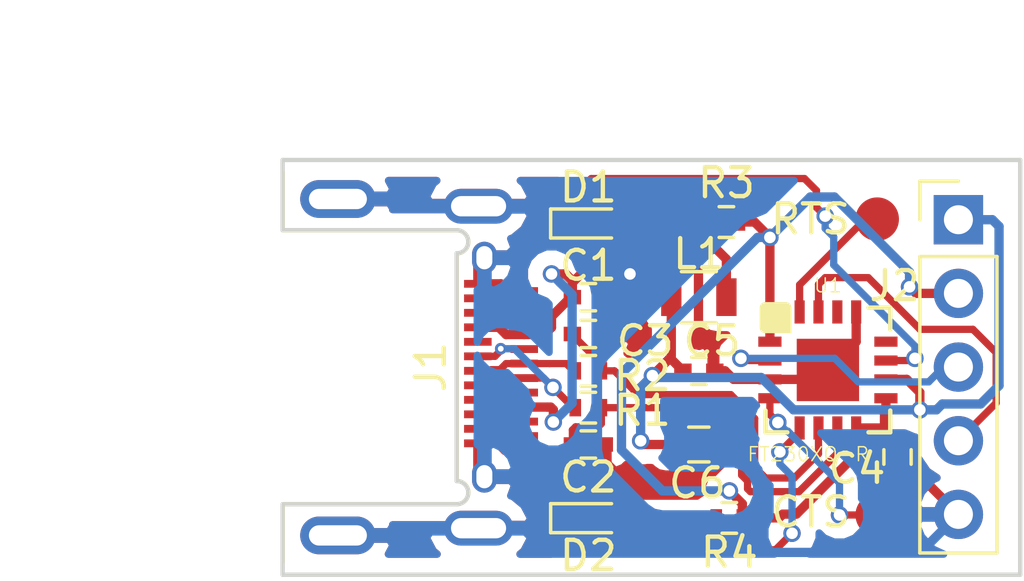
<source format=kicad_pcb>
(kicad_pcb (version 4) (host pcbnew 4.0.7)

  (general
    (links 50)
    (no_connects 0)
    (area 118.729999 130.875 147.04762 146.785)
    (thickness 1.6)
    (drawings 12)
    (tracks 257)
    (zones 0)
    (modules 18)
    (nets 31)
  )

  (page A4)
  (layers
    (0 F.Cu signal)
    (31 B.Cu signal)
    (32 B.Adhes user)
    (33 F.Adhes user)
    (34 B.Paste user)
    (35 F.Paste user)
    (36 B.SilkS user)
    (37 F.SilkS user)
    (38 B.Mask user)
    (39 F.Mask user)
    (40 Dwgs.User user)
    (41 Cmts.User user)
    (42 Eco1.User user)
    (43 Eco2.User user)
    (44 Edge.Cuts user)
    (45 Margin user)
    (46 B.CrtYd user)
    (47 F.CrtYd user)
    (48 B.Fab user)
    (49 F.Fab user hide)
  )

  (setup
    (last_trace_width 0.25)
    (trace_clearance 0.2)
    (zone_clearance 0.508)
    (zone_45_only no)
    (trace_min 0.2)
    (segment_width 0.2)
    (edge_width 0.15)
    (via_size 0.6)
    (via_drill 0.4)
    (via_min_size 0.4)
    (via_min_drill 0.3)
    (uvia_size 0.3)
    (uvia_drill 0.1)
    (uvias_allowed no)
    (uvia_min_size 0.2)
    (uvia_min_drill 0.1)
    (pcb_text_width 0.3)
    (pcb_text_size 1.5 1.5)
    (mod_edge_width 0.15)
    (mod_text_size 1 1)
    (mod_text_width 0.15)
    (pad_size 1.524 1.524)
    (pad_drill 0.762)
    (pad_to_mask_clearance 0.2)
    (aux_axis_origin 0 0)
    (visible_elements FFFFFF7F)
    (pcbplotparams
      (layerselection 0x010f0_80000001)
      (usegerberextensions true)
      (excludeedgelayer true)
      (linewidth 0.100000)
      (plotframeref false)
      (viasonmask false)
      (mode 1)
      (useauxorigin false)
      (hpglpennumber 1)
      (hpglpenspeed 20)
      (hpglpendiameter 15)
      (hpglpenoverlay 2)
      (psnegative false)
      (psa4output false)
      (plotreference true)
      (plotvalue true)
      (plotinvisibletext false)
      (padsonsilk false)
      (subtractmaskfromsilk false)
      (outputformat 1)
      (mirror false)
      (drillshape 0)
      (scaleselection 1)
      (outputdirectory ""))
  )

  (net 0 "")
  (net 1 GND)
  (net 2 "Net-(J1-PadA2)")
  (net 3 "Net-(J1-PadA3)")
  (net 4 VCC)
  (net 5 "Net-(J1-PadA5)")
  (net 6 "Net-(J1-PadA6)")
  (net 7 "Net-(J1-PadA7)")
  (net 8 "Net-(J1-PadA10)")
  (net 9 "Net-(J1-PadA8)")
  (net 10 "Net-(J1-PadA11)")
  (net 11 "Net-(J1-PadB2)")
  (net 12 "Net-(J1-PadB3)")
  (net 13 "Net-(J1-PadB5)")
  (net 14 "Net-(J1-PadB8)")
  (net 15 "Net-(J1-PadB10)")
  (net 16 "Net-(J1-PadB11)")
  (net 17 "Net-(C1-Pad1)")
  (net 18 RX)
  (net 19 3V3)
  (net 20 "Net-(U1-Pad12)")
  (net 21 "Net-(U1-Pad14)")
  (net 22 TX)
  (net 23 "Net-(D1-Pad2)")
  (net 24 "Net-(D2-Pad2)")
  (net 25 /USBDM)
  (net 26 /USBDP)
  (net 27 /CBUS1)
  (net 28 /CBUS2)
  (net 29 /CTS)
  (net 30 /RTS)

  (net_class Default "This is the default net class."
    (clearance 0.2)
    (trace_width 0.25)
    (via_dia 0.6)
    (via_drill 0.4)
    (uvia_dia 0.3)
    (uvia_drill 0.1)
    (add_net /CBUS1)
    (add_net /CBUS2)
    (add_net /CTS)
    (add_net /RTS)
    (add_net /USBDM)
    (add_net /USBDP)
    (add_net "Net-(D1-Pad2)")
    (add_net "Net-(D2-Pad2)")
    (add_net "Net-(J1-PadA10)")
    (add_net "Net-(J1-PadA11)")
    (add_net "Net-(J1-PadA2)")
    (add_net "Net-(J1-PadA3)")
    (add_net "Net-(J1-PadA5)")
    (add_net "Net-(J1-PadA6)")
    (add_net "Net-(J1-PadA7)")
    (add_net "Net-(J1-PadA8)")
    (add_net "Net-(J1-PadB10)")
    (add_net "Net-(J1-PadB11)")
    (add_net "Net-(J1-PadB2)")
    (add_net "Net-(J1-PadB3)")
    (add_net "Net-(J1-PadB5)")
    (add_net "Net-(J1-PadB8)")
    (add_net "Net-(U1-Pad12)")
    (add_net "Net-(U1-Pad14)")
    (add_net RX)
    (add_net TX)
  )

  (net_class Power ""
    (clearance 0.2)
    (trace_width 0.32)
    (via_dia 0.6)
    (via_drill 0.4)
    (uvia_dia 0.3)
    (uvia_drill 0.1)
    (add_net 3V3)
    (add_net GND)
    (add_net "Net-(C1-Pad1)")
    (add_net VCC)
  )

  (module Capacitors_SMD:C_0402 (layer F.Cu) (tedit 58AA841A) (tstamp 5B2D8D57)
    (at 129.54 135.89)
    (descr "Capacitor SMD 0402, reflow soldering, AVX (see smccp.pdf)")
    (tags "capacitor 0402")
    (path /5B256121)
    (attr smd)
    (fp_text reference C1 (at 0 -1.09) (layer F.SilkS)
      (effects (font (size 1 1) (thickness 0.15)))
    )
    (fp_text value 10nF (at 0 1.27) (layer F.Fab)
      (effects (font (size 1 1) (thickness 0.15)))
    )
    (fp_text user %R (at 0 -1.27) (layer F.Fab)
      (effects (font (size 1 1) (thickness 0.15)))
    )
    (fp_line (start -0.5 0.25) (end -0.5 -0.25) (layer F.Fab) (width 0.1))
    (fp_line (start 0.5 0.25) (end -0.5 0.25) (layer F.Fab) (width 0.1))
    (fp_line (start 0.5 -0.25) (end 0.5 0.25) (layer F.Fab) (width 0.1))
    (fp_line (start -0.5 -0.25) (end 0.5 -0.25) (layer F.Fab) (width 0.1))
    (fp_line (start 0.25 -0.47) (end -0.25 -0.47) (layer F.SilkS) (width 0.12))
    (fp_line (start -0.25 0.47) (end 0.25 0.47) (layer F.SilkS) (width 0.12))
    (fp_line (start -1 -0.4) (end 1 -0.4) (layer F.CrtYd) (width 0.05))
    (fp_line (start -1 -0.4) (end -1 0.4) (layer F.CrtYd) (width 0.05))
    (fp_line (start 1 0.4) (end 1 -0.4) (layer F.CrtYd) (width 0.05))
    (fp_line (start 1 0.4) (end -1 0.4) (layer F.CrtYd) (width 0.05))
    (pad 1 smd rect (at -0.55 0) (size 0.6 0.5) (layers F.Cu F.Paste F.Mask)
      (net 17 "Net-(C1-Pad1)"))
    (pad 2 smd rect (at 0.55 0) (size 0.6 0.5) (layers F.Cu F.Paste F.Mask)
      (net 1 GND))
    (model Capacitors_SMD.3dshapes/C_0402.wrl
      (at (xyz 0 0 0))
      (scale (xyz 1 1 1))
      (rotate (xyz 0 0 0))
    )
  )

  (module Capacitors_SMD:C_0402 (layer F.Cu) (tedit 58AA841A) (tstamp 5B2D8D68)
    (at 129.54 140.97)
    (descr "Capacitor SMD 0402, reflow soldering, AVX (see smccp.pdf)")
    (tags "capacitor 0402")
    (path /5B2558DD)
    (attr smd)
    (fp_text reference C2 (at 0 1.13) (layer F.SilkS)
      (effects (font (size 1 1) (thickness 0.15)))
    )
    (fp_text value 47pF (at 0 1.27) (layer F.Fab)
      (effects (font (size 1 1) (thickness 0.15)))
    )
    (fp_text user %R (at 0 -1.27) (layer F.Fab)
      (effects (font (size 1 1) (thickness 0.15)))
    )
    (fp_line (start -0.5 0.25) (end -0.5 -0.25) (layer F.Fab) (width 0.1))
    (fp_line (start 0.5 0.25) (end -0.5 0.25) (layer F.Fab) (width 0.1))
    (fp_line (start 0.5 -0.25) (end 0.5 0.25) (layer F.Fab) (width 0.1))
    (fp_line (start -0.5 -0.25) (end 0.5 -0.25) (layer F.Fab) (width 0.1))
    (fp_line (start 0.25 -0.47) (end -0.25 -0.47) (layer F.SilkS) (width 0.12))
    (fp_line (start -0.25 0.47) (end 0.25 0.47) (layer F.SilkS) (width 0.12))
    (fp_line (start -1 -0.4) (end 1 -0.4) (layer F.CrtYd) (width 0.05))
    (fp_line (start -1 -0.4) (end -1 0.4) (layer F.CrtYd) (width 0.05))
    (fp_line (start 1 0.4) (end 1 -0.4) (layer F.CrtYd) (width 0.05))
    (fp_line (start 1 0.4) (end -1 0.4) (layer F.CrtYd) (width 0.05))
    (pad 1 smd rect (at -0.55 0) (size 0.6 0.5) (layers F.Cu F.Paste F.Mask)
      (net 25 /USBDM))
    (pad 2 smd rect (at 0.55 0) (size 0.6 0.5) (layers F.Cu F.Paste F.Mask)
      (net 1 GND))
    (model Capacitors_SMD.3dshapes/C_0402.wrl
      (at (xyz 0 0 0))
      (scale (xyz 1 1 1))
      (rotate (xyz 0 0 0))
    )
  )

  (module Capacitors_SMD:C_0402 (layer F.Cu) (tedit 58AA841A) (tstamp 5B2D8D79)
    (at 129.54 137.16)
    (descr "Capacitor SMD 0402, reflow soldering, AVX (see smccp.pdf)")
    (tags "capacitor 0402")
    (path /5B25586B)
    (attr smd)
    (fp_text reference C3 (at 1.96 0.24) (layer F.SilkS)
      (effects (font (size 1 1) (thickness 0.15)))
    )
    (fp_text value 47pF (at 0 1.27) (layer F.Fab)
      (effects (font (size 1 1) (thickness 0.15)))
    )
    (fp_text user %R (at 0 -1.27) (layer F.Fab)
      (effects (font (size 1 1) (thickness 0.15)))
    )
    (fp_line (start -0.5 0.25) (end -0.5 -0.25) (layer F.Fab) (width 0.1))
    (fp_line (start 0.5 0.25) (end -0.5 0.25) (layer F.Fab) (width 0.1))
    (fp_line (start 0.5 -0.25) (end 0.5 0.25) (layer F.Fab) (width 0.1))
    (fp_line (start -0.5 -0.25) (end 0.5 -0.25) (layer F.Fab) (width 0.1))
    (fp_line (start 0.25 -0.47) (end -0.25 -0.47) (layer F.SilkS) (width 0.12))
    (fp_line (start -0.25 0.47) (end 0.25 0.47) (layer F.SilkS) (width 0.12))
    (fp_line (start -1 -0.4) (end 1 -0.4) (layer F.CrtYd) (width 0.05))
    (fp_line (start -1 -0.4) (end -1 0.4) (layer F.CrtYd) (width 0.05))
    (fp_line (start 1 0.4) (end 1 -0.4) (layer F.CrtYd) (width 0.05))
    (fp_line (start 1 0.4) (end -1 0.4) (layer F.CrtYd) (width 0.05))
    (pad 1 smd rect (at -0.55 0) (size 0.6 0.5) (layers F.Cu F.Paste F.Mask)
      (net 26 /USBDP))
    (pad 2 smd rect (at 0.55 0) (size 0.6 0.5) (layers F.Cu F.Paste F.Mask)
      (net 1 GND))
    (model Capacitors_SMD.3dshapes/C_0402.wrl
      (at (xyz 0 0 0))
      (scale (xyz 1 1 1))
      (rotate (xyz 0 0 0))
    )
  )

  (module Capacitors_SMD:C_0402 (layer F.Cu) (tedit 58AA841A) (tstamp 5B2D8D8A)
    (at 140.2 141.4 270)
    (descr "Capacitor SMD 0402, reflow soldering, AVX (see smccp.pdf)")
    (tags "capacitor 0402")
    (path /5B255E0D)
    (attr smd)
    (fp_text reference C4 (at 0.4 1.4 360) (layer F.SilkS)
      (effects (font (size 1 1) (thickness 0.15)))
    )
    (fp_text value 100nF (at 0 1.27 270) (layer F.Fab)
      (effects (font (size 1 1) (thickness 0.15)))
    )
    (fp_text user %R (at 0 -1.27 270) (layer F.Fab)
      (effects (font (size 1 1) (thickness 0.15)))
    )
    (fp_line (start -0.5 0.25) (end -0.5 -0.25) (layer F.Fab) (width 0.1))
    (fp_line (start 0.5 0.25) (end -0.5 0.25) (layer F.Fab) (width 0.1))
    (fp_line (start 0.5 -0.25) (end 0.5 0.25) (layer F.Fab) (width 0.1))
    (fp_line (start -0.5 -0.25) (end 0.5 -0.25) (layer F.Fab) (width 0.1))
    (fp_line (start 0.25 -0.47) (end -0.25 -0.47) (layer F.SilkS) (width 0.12))
    (fp_line (start -0.25 0.47) (end 0.25 0.47) (layer F.SilkS) (width 0.12))
    (fp_line (start -1 -0.4) (end 1 -0.4) (layer F.CrtYd) (width 0.05))
    (fp_line (start -1 -0.4) (end -1 0.4) (layer F.CrtYd) (width 0.05))
    (fp_line (start 1 0.4) (end 1 -0.4) (layer F.CrtYd) (width 0.05))
    (fp_line (start 1 0.4) (end -1 0.4) (layer F.CrtYd) (width 0.05))
    (pad 1 smd rect (at -0.55 0 270) (size 0.6 0.5) (layers F.Cu F.Paste F.Mask)
      (net 19 3V3))
    (pad 2 smd rect (at 0.55 0 270) (size 0.6 0.5) (layers F.Cu F.Paste F.Mask)
      (net 1 GND))
    (model Capacitors_SMD.3dshapes/C_0402.wrl
      (at (xyz 0 0 0))
      (scale (xyz 1 1 1))
      (rotate (xyz 0 0 0))
    )
  )

  (module Capacitors_SMD:C_0402 (layer F.Cu) (tedit 58AA841A) (tstamp 5B2D8D9B)
    (at 133.35 138.43)
    (descr "Capacitor SMD 0402, reflow soldering, AVX (see smccp.pdf)")
    (tags "capacitor 0402")
    (path /5B258B9F)
    (attr smd)
    (fp_text reference C5 (at 0.45 -1.03) (layer F.SilkS)
      (effects (font (size 1 1) (thickness 0.15)))
    )
    (fp_text value 100nF (at 0 1.27) (layer F.Fab)
      (effects (font (size 1 1) (thickness 0.15)))
    )
    (fp_text user %R (at 0 -1.27) (layer F.Fab)
      (effects (font (size 1 1) (thickness 0.15)))
    )
    (fp_line (start -0.5 0.25) (end -0.5 -0.25) (layer F.Fab) (width 0.1))
    (fp_line (start 0.5 0.25) (end -0.5 0.25) (layer F.Fab) (width 0.1))
    (fp_line (start 0.5 -0.25) (end 0.5 0.25) (layer F.Fab) (width 0.1))
    (fp_line (start -0.5 -0.25) (end 0.5 -0.25) (layer F.Fab) (width 0.1))
    (fp_line (start 0.25 -0.47) (end -0.25 -0.47) (layer F.SilkS) (width 0.12))
    (fp_line (start -0.25 0.47) (end 0.25 0.47) (layer F.SilkS) (width 0.12))
    (fp_line (start -1 -0.4) (end 1 -0.4) (layer F.CrtYd) (width 0.05))
    (fp_line (start -1 -0.4) (end -1 0.4) (layer F.CrtYd) (width 0.05))
    (fp_line (start 1 0.4) (end 1 -0.4) (layer F.CrtYd) (width 0.05))
    (fp_line (start 1 0.4) (end -1 0.4) (layer F.CrtYd) (width 0.05))
    (pad 1 smd rect (at -0.55 0) (size 0.6 0.5) (layers F.Cu F.Paste F.Mask)
      (net 4 VCC))
    (pad 2 smd rect (at 0.55 0) (size 0.6 0.5) (layers F.Cu F.Paste F.Mask)
      (net 1 GND))
    (model Capacitors_SMD.3dshapes/C_0402.wrl
      (at (xyz 0 0 0))
      (scale (xyz 1 1 1))
      (rotate (xyz 0 0 0))
    )
  )

  (module LEDs:LED_0603 (layer F.Cu) (tedit 5B2D914B) (tstamp 5B2D8DC1)
    (at 129.54 133.35)
    (descr "LED 0603 smd package")
    (tags "LED led 0603 SMD smd SMT smt smdled SMDLED smtled SMTLED")
    (path /5B256B52)
    (attr smd)
    (fp_text reference D1 (at 0 -1.25) (layer F.SilkS)
      (effects (font (size 1 1) (thickness 0.15)))
    )
    (fp_text value RX (at 2.46 0) (layer F.Fab)
      (effects (font (size 1 1) (thickness 0.15)))
    )
    (fp_line (start -1.3 -0.5) (end -1.3 0.5) (layer F.SilkS) (width 0.12))
    (fp_line (start -0.2 -0.2) (end -0.2 0.2) (layer F.Fab) (width 0.1))
    (fp_line (start -0.15 0) (end 0.15 -0.2) (layer F.Fab) (width 0.1))
    (fp_line (start 0.15 0.2) (end -0.15 0) (layer F.Fab) (width 0.1))
    (fp_line (start 0.15 -0.2) (end 0.15 0.2) (layer F.Fab) (width 0.1))
    (fp_line (start 0.8 0.4) (end -0.8 0.4) (layer F.Fab) (width 0.1))
    (fp_line (start 0.8 -0.4) (end 0.8 0.4) (layer F.Fab) (width 0.1))
    (fp_line (start -0.8 -0.4) (end 0.8 -0.4) (layer F.Fab) (width 0.1))
    (fp_line (start -0.8 0.4) (end -0.8 -0.4) (layer F.Fab) (width 0.1))
    (fp_line (start -1.3 0.5) (end 0.8 0.5) (layer F.SilkS) (width 0.12))
    (fp_line (start -1.3 -0.5) (end 0.8 -0.5) (layer F.SilkS) (width 0.12))
    (fp_line (start 1.45 -0.65) (end 1.45 0.65) (layer F.CrtYd) (width 0.05))
    (fp_line (start 1.45 0.65) (end -1.45 0.65) (layer F.CrtYd) (width 0.05))
    (fp_line (start -1.45 0.65) (end -1.45 -0.65) (layer F.CrtYd) (width 0.05))
    (fp_line (start -1.45 -0.65) (end 1.45 -0.65) (layer F.CrtYd) (width 0.05))
    (pad 2 smd rect (at 0.8 0 180) (size 0.8 0.8) (layers F.Cu F.Paste F.Mask)
      (net 23 "Net-(D1-Pad2)"))
    (pad 1 smd rect (at -0.8 0 180) (size 0.8 0.8) (layers F.Cu F.Paste F.Mask)
      (net 27 /CBUS1))
    (model ${KISYS3DMOD}/LEDs.3dshapes/LED_0603.wrl
      (at (xyz 0 0 0))
      (scale (xyz 1 1 1))
      (rotate (xyz 0 0 180))
    )
  )

  (module LEDs:LED_0603 (layer F.Cu) (tedit 5B2D912F) (tstamp 5B2D8DD6)
    (at 129.54 143.51)
    (descr "LED 0603 smd package")
    (tags "LED led 0603 SMD smd SMT smt smdled SMDLED smtled SMTLED")
    (path /5B256AE6)
    (attr smd)
    (fp_text reference D2 (at 0 1.29) (layer F.SilkS)
      (effects (font (size 1 1) (thickness 0.15)))
    )
    (fp_text value TX (at 2.46 0) (layer F.Fab)
      (effects (font (size 1 1) (thickness 0.15)))
    )
    (fp_line (start -1.3 -0.5) (end -1.3 0.5) (layer F.SilkS) (width 0.12))
    (fp_line (start -0.2 -0.2) (end -0.2 0.2) (layer F.Fab) (width 0.1))
    (fp_line (start -0.15 0) (end 0.15 -0.2) (layer F.Fab) (width 0.1))
    (fp_line (start 0.15 0.2) (end -0.15 0) (layer F.Fab) (width 0.1))
    (fp_line (start 0.15 -0.2) (end 0.15 0.2) (layer F.Fab) (width 0.1))
    (fp_line (start 0.8 0.4) (end -0.8 0.4) (layer F.Fab) (width 0.1))
    (fp_line (start 0.8 -0.4) (end 0.8 0.4) (layer F.Fab) (width 0.1))
    (fp_line (start -0.8 -0.4) (end 0.8 -0.4) (layer F.Fab) (width 0.1))
    (fp_line (start -0.8 0.4) (end -0.8 -0.4) (layer F.Fab) (width 0.1))
    (fp_line (start -1.3 0.5) (end 0.8 0.5) (layer F.SilkS) (width 0.12))
    (fp_line (start -1.3 -0.5) (end 0.8 -0.5) (layer F.SilkS) (width 0.12))
    (fp_line (start 1.45 -0.65) (end 1.45 0.65) (layer F.CrtYd) (width 0.05))
    (fp_line (start 1.45 0.65) (end -1.45 0.65) (layer F.CrtYd) (width 0.05))
    (fp_line (start -1.45 0.65) (end -1.45 -0.65) (layer F.CrtYd) (width 0.05))
    (fp_line (start -1.45 -0.65) (end 1.45 -0.65) (layer F.CrtYd) (width 0.05))
    (pad 2 smd rect (at 0.8 0 180) (size 0.8 0.8) (layers F.Cu F.Paste F.Mask)
      (net 24 "Net-(D2-Pad2)"))
    (pad 1 smd rect (at -0.8 0 180) (size 0.8 0.8) (layers F.Cu F.Paste F.Mask)
      (net 28 /CBUS2))
    (model ${KISYS3DMOD}/LEDs.3dshapes/LED_0603.wrl
      (at (xyz 0 0 0))
      (scale (xyz 1 1 1))
      (rotate (xyz 0 0 180))
    )
  )

  (module DX07B024JJ3:DX07B024JJ3 (layer F.Cu) (tedit 5B2D8497) (tstamp 5B2D8DFF)
    (at 125.755 138.305 270)
    (path /5B2459DE)
    (solder_mask_margin 0.1)
    (fp_text reference J1 (at -0.005 1.655 270) (layer F.SilkS)
      (effects (font (size 1 1) (thickness 0.15)))
    )
    (fp_text value USB_C_Receptacle (at 0 -3.81 270) (layer F.Fab)
      (effects (font (size 1 1) (thickness 0.15)))
    )
    (fp_line (start -4.72 6.75) (end -6.72 6.75) (layer F.SilkS) (width 0.15))
    (fp_line (start 4.72 6.75) (end 6.72 6.75) (layer F.SilkS) (width 0.15))
    (fp_line (start -3.92 0.75) (end 3.92 0.75) (layer F.SilkS) (width 0.15))
    (fp_arc (start 4.32 0.75) (end 3.92 0.75) (angle 180) (layer F.SilkS) (width 0.15))
    (fp_arc (start -4.32 0.75) (end -4.72 0.75) (angle 174.6) (layer F.SilkS) (width 0.15))
    (fp_line (start -4.72 0.75) (end -4.72 6.75) (layer F.SilkS) (width 0.15))
    (fp_line (start 4.72 0.75) (end 4.72 6.75) (layer F.SilkS) (width 0.15))
    (pad S1 thru_hole oval (at 5.55 0 270) (size 1.2 2.4) (drill oval 0.7 1.9) (layers *.Cu *.Mask)
      (net 1 GND))
    (pad S1 thru_hole oval (at -5.55 0 270) (size 1.2 2.4) (drill oval 0.7 1.9) (layers *.Cu *.Mask)
      (net 1 GND))
    (pad S1 thru_hole oval (at 3.775 -0.2 270) (size 1.1 0.85) (drill oval 0.8 0.55) (layers *.Cu *.Mask)
      (net 1 GND))
    (pad S1 thru_hole oval (at -3.775 -0.2 270) (size 1.1 0.85) (drill oval 0.8 0.55) (layers *.Cu *.Mask)
      (net 1 GND))
    (pad S1 thru_hole oval (at 5.8 4.85 270) (size 1.3 2.6) (drill oval 0.7 2) (layers *.Cu *.Mask)
      (net 1 GND))
    (pad S1 thru_hole oval (at -5.8 4.85 270) (size 1.3 2.6) (drill oval 0.7 2) (layers *.Cu *.Mask)
      (net 1 GND))
    (pad A6 smd rect (at -0.125 -1.575 270) (size 0.27 0.95) (layers F.Cu F.Paste F.Mask)
      (net 6 "Net-(J1-PadA6)"))
    (pad A7 smd rect (at 0.375 -1.575 270) (size 0.27 0.95) (layers F.Cu F.Paste F.Mask)
      (net 7 "Net-(J1-PadA7)"))
    (pad A8 smd rect (at 0.875 -1.575 270) (size 0.27 0.95) (layers F.Cu F.Paste F.Mask)
      (net 9 "Net-(J1-PadA8)"))
    (pad A9 smd rect (at 1.375 -1.575 270) (size 0.27 0.95) (layers F.Cu F.Paste F.Mask)
      (net 17 "Net-(C1-Pad1)"))
    (pad A10 smd rect (at 1.875 -1.575 270) (size 0.27 0.95) (layers F.Cu F.Paste F.Mask)
      (net 8 "Net-(J1-PadA10)"))
    (pad A11 smd rect (at 2.375 -1.575 270) (size 0.27 0.95) (layers F.Cu F.Paste F.Mask)
      (net 10 "Net-(J1-PadA11)"))
    (pad A5 smd rect (at -0.625 -1.575 270) (size 0.27 0.95) (layers F.Cu F.Paste F.Mask)
      (net 5 "Net-(J1-PadA5)"))
    (pad A4 smd rect (at -1.125 -1.575 270) (size 0.27 0.95) (layers F.Cu F.Paste F.Mask)
      (net 17 "Net-(C1-Pad1)"))
    (pad A3 smd rect (at -1.625 -1.575 270) (size 0.27 0.95) (layers F.Cu F.Paste F.Mask)
      (net 3 "Net-(J1-PadA3)"))
    (pad A2 smd rect (at -2.125 -1.575 270) (size 0.27 0.95) (layers F.Cu F.Paste F.Mask)
      (net 2 "Net-(J1-PadA2)"))
    (pad A1 smd rect (at -2.625 -1.575 270) (size 0.27 0.95) (layers F.Cu F.Paste F.Mask)
      (net 1 GND))
    (pad A12 smd rect (at 2.875 -1.575 270) (size 0.27 0.95) (layers F.Cu F.Paste F.Mask)
      (net 1 GND))
    (pad B3 smd rect (at 1.625 0.025 270) (size 0.27 0.95) (layers F.Cu F.Paste F.Mask)
      (net 12 "Net-(J1-PadB3)"))
    (pad B4 smd rect (at 1.125 0.025 270) (size 0.27 0.95) (layers F.Cu F.Paste F.Mask)
      (net 17 "Net-(C1-Pad1)"))
    (pad B6 smd rect (at 0.125 0.025 270) (size 0.27 0.95) (layers F.Cu F.Paste F.Mask)
      (net 6 "Net-(J1-PadA6)"))
    (pad B5 smd rect (at 0.625 0.025 270) (size 0.27 0.95) (layers F.Cu F.Paste F.Mask)
      (net 13 "Net-(J1-PadB5)"))
    (pad B7 smd rect (at -0.375 0.025 270) (size 0.27 0.95) (layers F.Cu F.Paste F.Mask)
      (net 7 "Net-(J1-PadA7)"))
    (pad B2 smd rect (at 2.125 0.025 270) (size 0.27 0.95) (layers F.Cu F.Paste F.Mask)
      (net 11 "Net-(J1-PadB2)"))
    (pad B1 smd rect (at 2.625 0.025 270) (size 0.27 0.95) (layers F.Cu F.Paste F.Mask)
      (net 1 GND))
    (pad B11 smd rect (at -2.375 0.025 270) (size 0.27 0.95) (layers F.Cu F.Paste F.Mask)
      (net 16 "Net-(J1-PadB11)"))
    (pad B10 smd rect (at -1.875 0.025 270) (size 0.27 0.95) (layers F.Cu F.Paste F.Mask)
      (net 15 "Net-(J1-PadB10)"))
    (pad B9 smd rect (at -1.375 0.025 270) (size 0.27 0.95) (layers F.Cu F.Paste F.Mask)
      (net 17 "Net-(C1-Pad1)"))
    (pad B8 smd rect (at -0.875 0.025 270) (size 0.27 0.95) (layers F.Cu F.Paste F.Mask)
      (net 14 "Net-(J1-PadB8)"))
    (pad B12 smd rect (at -2.875 0.025 270) (size 0.27 0.95) (layers F.Cu F.Paste F.Mask)
      (net 1 GND))
  )

  (module Inductors_SMD:L_0805 (layer F.Cu) (tedit 58307B54) (tstamp 5B2D8E10)
    (at 133.35 135.89)
    (descr "Resistor SMD 0805, reflow soldering, Vishay (see dcrcw.pdf)")
    (tags "resistor 0805")
    (path /5B255AD4)
    (attr smd)
    (fp_text reference L1 (at 0 -1.49) (layer F.SilkS)
      (effects (font (size 1 1) (thickness 0.15)))
    )
    (fp_text value Ferrite_Bead (at 0 2.1) (layer F.Fab)
      (effects (font (size 1 1) (thickness 0.15)))
    )
    (fp_text user %R (at 0 0) (layer F.Fab)
      (effects (font (size 0.5 0.5) (thickness 0.075)))
    )
    (fp_line (start -1 0.62) (end -1 -0.62) (layer F.Fab) (width 0.1))
    (fp_line (start 1 0.62) (end -1 0.62) (layer F.Fab) (width 0.1))
    (fp_line (start 1 -0.62) (end 1 0.62) (layer F.Fab) (width 0.1))
    (fp_line (start -1 -0.62) (end 1 -0.62) (layer F.Fab) (width 0.1))
    (fp_line (start -1.6 -1) (end 1.6 -1) (layer F.CrtYd) (width 0.05))
    (fp_line (start -1.6 1) (end 1.6 1) (layer F.CrtYd) (width 0.05))
    (fp_line (start -1.6 -1) (end -1.6 1) (layer F.CrtYd) (width 0.05))
    (fp_line (start 1.6 -1) (end 1.6 1) (layer F.CrtYd) (width 0.05))
    (fp_line (start 0.6 0.88) (end -0.6 0.88) (layer F.SilkS) (width 0.12))
    (fp_line (start -0.6 -0.88) (end 0.6 -0.88) (layer F.SilkS) (width 0.12))
    (pad 1 smd rect (at -0.95 0) (size 0.7 1.3) (layers F.Cu F.Paste F.Mask)
      (net 4 VCC))
    (pad 2 smd rect (at 0.95 0) (size 0.7 1.3) (layers F.Cu F.Paste F.Mask)
      (net 17 "Net-(C1-Pad1)"))
    (model ${KISYS3DMOD}/Inductors_SMD.3dshapes/L_0805.wrl
      (at (xyz 0 0 0))
      (scale (xyz 1 1 1))
      (rotate (xyz 0 0 0))
    )
  )

  (module Resistors_SMD:R_0402 (layer F.Cu) (tedit 58E0A804) (tstamp 5B2D8E21)
    (at 129.54 139.7 180)
    (descr "Resistor SMD 0402, reflow soldering, Vishay (see dcrcw.pdf)")
    (tags "resistor 0402")
    (path /5B2555A7)
    (attr smd)
    (fp_text reference R1 (at -1.86 -0.1 180) (layer F.SilkS)
      (effects (font (size 1 1) (thickness 0.15)))
    )
    (fp_text value 27R (at 0 1.45 180) (layer F.Fab)
      (effects (font (size 1 1) (thickness 0.15)))
    )
    (fp_text user %R (at 0 -1.35 180) (layer F.Fab)
      (effects (font (size 1 1) (thickness 0.15)))
    )
    (fp_line (start -0.5 0.25) (end -0.5 -0.25) (layer F.Fab) (width 0.1))
    (fp_line (start 0.5 0.25) (end -0.5 0.25) (layer F.Fab) (width 0.1))
    (fp_line (start 0.5 -0.25) (end 0.5 0.25) (layer F.Fab) (width 0.1))
    (fp_line (start -0.5 -0.25) (end 0.5 -0.25) (layer F.Fab) (width 0.1))
    (fp_line (start 0.25 -0.53) (end -0.25 -0.53) (layer F.SilkS) (width 0.12))
    (fp_line (start -0.25 0.53) (end 0.25 0.53) (layer F.SilkS) (width 0.12))
    (fp_line (start -0.8 -0.45) (end 0.8 -0.45) (layer F.CrtYd) (width 0.05))
    (fp_line (start -0.8 -0.45) (end -0.8 0.45) (layer F.CrtYd) (width 0.05))
    (fp_line (start 0.8 0.45) (end 0.8 -0.45) (layer F.CrtYd) (width 0.05))
    (fp_line (start 0.8 0.45) (end -0.8 0.45) (layer F.CrtYd) (width 0.05))
    (pad 1 smd rect (at -0.45 0 180) (size 0.4 0.6) (layers F.Cu F.Paste F.Mask)
      (net 25 /USBDM))
    (pad 2 smd rect (at 0.45 0 180) (size 0.4 0.6) (layers F.Cu F.Paste F.Mask)
      (net 7 "Net-(J1-PadA7)"))
    (model ${KISYS3DMOD}/Resistors_SMD.3dshapes/R_0402.wrl
      (at (xyz 0 0 0))
      (scale (xyz 1 1 1))
      (rotate (xyz 0 0 0))
    )
  )

  (module Resistors_SMD:R_0402 (layer F.Cu) (tedit 58E0A804) (tstamp 5B2D8E32)
    (at 129.54 138.43 180)
    (descr "Resistor SMD 0402, reflow soldering, Vishay (see dcrcw.pdf)")
    (tags "resistor 0402")
    (path /5B2555F0)
    (attr smd)
    (fp_text reference R2 (at -1.86 -0.17 180) (layer F.SilkS)
      (effects (font (size 1 1) (thickness 0.15)))
    )
    (fp_text value 27R (at 0 1.45 180) (layer F.Fab)
      (effects (font (size 1 1) (thickness 0.15)))
    )
    (fp_text user %R (at 0 -1.35 180) (layer F.Fab)
      (effects (font (size 1 1) (thickness 0.15)))
    )
    (fp_line (start -0.5 0.25) (end -0.5 -0.25) (layer F.Fab) (width 0.1))
    (fp_line (start 0.5 0.25) (end -0.5 0.25) (layer F.Fab) (width 0.1))
    (fp_line (start 0.5 -0.25) (end 0.5 0.25) (layer F.Fab) (width 0.1))
    (fp_line (start -0.5 -0.25) (end 0.5 -0.25) (layer F.Fab) (width 0.1))
    (fp_line (start 0.25 -0.53) (end -0.25 -0.53) (layer F.SilkS) (width 0.12))
    (fp_line (start -0.25 0.53) (end 0.25 0.53) (layer F.SilkS) (width 0.12))
    (fp_line (start -0.8 -0.45) (end 0.8 -0.45) (layer F.CrtYd) (width 0.05))
    (fp_line (start -0.8 -0.45) (end -0.8 0.45) (layer F.CrtYd) (width 0.05))
    (fp_line (start 0.8 0.45) (end 0.8 -0.45) (layer F.CrtYd) (width 0.05))
    (fp_line (start 0.8 0.45) (end -0.8 0.45) (layer F.CrtYd) (width 0.05))
    (pad 1 smd rect (at -0.45 0 180) (size 0.4 0.6) (layers F.Cu F.Paste F.Mask)
      (net 26 /USBDP))
    (pad 2 smd rect (at 0.45 0 180) (size 0.4 0.6) (layers F.Cu F.Paste F.Mask)
      (net 6 "Net-(J1-PadA6)"))
    (model ${KISYS3DMOD}/Resistors_SMD.3dshapes/R_0402.wrl
      (at (xyz 0 0 0))
      (scale (xyz 1 1 1))
      (rotate (xyz 0 0 0))
    )
  )

  (module Resistors_SMD:R_0402 (layer F.Cu) (tedit 58E0A804) (tstamp 5B2D8E43)
    (at 134.3 133.3 180)
    (descr "Resistor SMD 0402, reflow soldering, Vishay (see dcrcw.pdf)")
    (tags "resistor 0402")
    (path /5B256AA5)
    (attr smd)
    (fp_text reference R3 (at 0 1.35 180) (layer F.SilkS)
      (effects (font (size 1 1) (thickness 0.15)))
    )
    (fp_text value 270R (at 0 1.45 180) (layer F.Fab)
      (effects (font (size 1 1) (thickness 0.15)))
    )
    (fp_text user %R (at 0 -1.35 180) (layer F.Fab)
      (effects (font (size 1 1) (thickness 0.15)))
    )
    (fp_line (start -0.5 0.25) (end -0.5 -0.25) (layer F.Fab) (width 0.1))
    (fp_line (start 0.5 0.25) (end -0.5 0.25) (layer F.Fab) (width 0.1))
    (fp_line (start 0.5 -0.25) (end 0.5 0.25) (layer F.Fab) (width 0.1))
    (fp_line (start -0.5 -0.25) (end 0.5 -0.25) (layer F.Fab) (width 0.1))
    (fp_line (start 0.25 -0.53) (end -0.25 -0.53) (layer F.SilkS) (width 0.12))
    (fp_line (start -0.25 0.53) (end 0.25 0.53) (layer F.SilkS) (width 0.12))
    (fp_line (start -0.8 -0.45) (end 0.8 -0.45) (layer F.CrtYd) (width 0.05))
    (fp_line (start -0.8 -0.45) (end -0.8 0.45) (layer F.CrtYd) (width 0.05))
    (fp_line (start 0.8 0.45) (end 0.8 -0.45) (layer F.CrtYd) (width 0.05))
    (fp_line (start 0.8 0.45) (end -0.8 0.45) (layer F.CrtYd) (width 0.05))
    (pad 1 smd rect (at -0.45 0 180) (size 0.4 0.6) (layers F.Cu F.Paste F.Mask)
      (net 19 3V3))
    (pad 2 smd rect (at 0.45 0 180) (size 0.4 0.6) (layers F.Cu F.Paste F.Mask)
      (net 23 "Net-(D1-Pad2)"))
    (model ${KISYS3DMOD}/Resistors_SMD.3dshapes/R_0402.wrl
      (at (xyz 0 0 0))
      (scale (xyz 1 1 1))
      (rotate (xyz 0 0 0))
    )
  )

  (module Resistors_SMD:R_0402 (layer F.Cu) (tedit 58E0A804) (tstamp 5B2D8E54)
    (at 134.4 143.5 180)
    (descr "Resistor SMD 0402, reflow soldering, Vishay (see dcrcw.pdf)")
    (tags "resistor 0402")
    (path /5B256A76)
    (attr smd)
    (fp_text reference R4 (at 0 -1.19 180) (layer F.SilkS)
      (effects (font (size 1 1) (thickness 0.15)))
    )
    (fp_text value 270R (at 0 1.45 180) (layer F.Fab)
      (effects (font (size 1 1) (thickness 0.15)))
    )
    (fp_text user %R (at 0 -1.35 180) (layer F.Fab)
      (effects (font (size 1 1) (thickness 0.15)))
    )
    (fp_line (start -0.5 0.25) (end -0.5 -0.25) (layer F.Fab) (width 0.1))
    (fp_line (start 0.5 0.25) (end -0.5 0.25) (layer F.Fab) (width 0.1))
    (fp_line (start 0.5 -0.25) (end 0.5 0.25) (layer F.Fab) (width 0.1))
    (fp_line (start -0.5 -0.25) (end 0.5 -0.25) (layer F.Fab) (width 0.1))
    (fp_line (start 0.25 -0.53) (end -0.25 -0.53) (layer F.SilkS) (width 0.12))
    (fp_line (start -0.25 0.53) (end 0.25 0.53) (layer F.SilkS) (width 0.12))
    (fp_line (start -0.8 -0.45) (end 0.8 -0.45) (layer F.CrtYd) (width 0.05))
    (fp_line (start -0.8 -0.45) (end -0.8 0.45) (layer F.CrtYd) (width 0.05))
    (fp_line (start 0.8 0.45) (end 0.8 -0.45) (layer F.CrtYd) (width 0.05))
    (fp_line (start 0.8 0.45) (end -0.8 0.45) (layer F.CrtYd) (width 0.05))
    (pad 1 smd rect (at -0.45 0 180) (size 0.4 0.6) (layers F.Cu F.Paste F.Mask)
      (net 19 3V3))
    (pad 2 smd rect (at 0.45 0 180) (size 0.4 0.6) (layers F.Cu F.Paste F.Mask)
      (net 24 "Net-(D2-Pad2)"))
    (model ${KISYS3DMOD}/Resistors_SMD.3dshapes/R_0402.wrl
      (at (xyz 0 0 0))
      (scale (xyz 1 1 1))
      (rotate (xyz 0 0 0))
    )
  )

  (module FT230XQ-R:QFN16 (layer F.Cu) (tedit 0) (tstamp 5B2D8E76)
    (at 137.8 138.4)
    (descr "<b>QFN 16</b><p>body 4x4mm, pitch 0.65mm")
    (path /5B2546F9)
    (attr smd)
    (fp_text reference U1 (at 0 -2.91579) (layer F.SilkS)
      (effects (font (size 0.481816 0.481816) (thickness 0.05)))
    )
    (fp_text value FT230XQ-R (at -0.678878 2.90754) (layer F.SilkS)
      (effects (font (size 0.482046 0.482046) (thickness 0.05)))
    )
    (fp_line (start -2 -2) (end 2 -2) (layer Dwgs.User) (width 0.0508))
    (fp_line (start 2 -2) (end 2 2) (layer Dwgs.User) (width 0.0508))
    (fp_line (start 2 2) (end -2 2) (layer Dwgs.User) (width 0.0508))
    (fp_line (start -2 2) (end -2 -2) (layer Dwgs.User) (width 0.0508))
    (fp_line (start -2.15 -1.4) (end -2.15 -2.15) (layer F.SilkS) (width 0.1524))
    (fp_line (start -2.15 -2.15) (end -1.4 -2.15) (layer F.SilkS) (width 0.1524))
    (fp_poly (pts (xy -2.16099 -2.15) (xy -1.45 -2.15) (xy -1.45 -1.45741) (xy -2.16099 -1.45741)) (layer F.SilkS) (width 0.381))
    (fp_line (start 2.15 -2.15) (end 1.4 -2.15) (layer F.SilkS) (width 0.1524))
    (fp_line (start 2.15 2.15) (end 1.4 2.15) (layer F.SilkS) (width 0.1524))
    (fp_line (start -2.15 2.15) (end -1.4 2.15) (layer F.SilkS) (width 0.1524))
    (fp_line (start -2.15 1.4) (end -2.15 2.15) (layer F.SilkS) (width 0.1524))
    (fp_line (start 2.15 1.4) (end 2.15 2.15) (layer F.SilkS) (width 0.1524))
    (fp_line (start 2.15 -1.4) (end 2.15 -2.15) (layer F.SilkS) (width 0.1524))
    (pad 1 smd rect (at -2 -0.975) (size 0.8 0.35) (layers F.Cu F.Paste F.Mask)
      (net 19 3V3))
    (pad 2 smd rect (at -2 -0.325) (size 0.8 0.35) (layers F.Cu F.Paste F.Mask)
      (net 18 RX))
    (pad 3 smd rect (at -2 0.325) (size 0.8 0.35) (layers F.Cu F.Paste F.Mask)
      (net 1 GND))
    (pad 4 smd rect (at -2 0.975) (size 0.8 0.35) (layers F.Cu F.Paste F.Mask)
      (net 29 /CTS))
    (pad 5 smd rect (at -0.975 2 90) (size 0.8 0.35) (layers F.Cu F.Paste F.Mask)
      (net 28 /CBUS2))
    (pad 6 smd rect (at -0.325 2 90) (size 0.8 0.35) (layers F.Cu F.Paste F.Mask)
      (net 26 /USBDP))
    (pad 7 smd rect (at 0.325 2 90) (size 0.8 0.35) (layers F.Cu F.Paste F.Mask)
      (net 25 /USBDM))
    (pad 8 smd rect (at 0.975 2 90) (size 0.8 0.35) (layers F.Cu F.Paste F.Mask)
      (net 19 3V3))
    (pad 9 smd rect (at 2 0.975 180) (size 0.8 0.35) (layers F.Cu F.Paste F.Mask)
      (net 19 3V3))
    (pad 10 smd rect (at 2 0.325 180) (size 0.8 0.35) (layers F.Cu F.Paste F.Mask)
      (net 4 VCC))
    (pad 11 smd rect (at 2 -0.325 180) (size 0.8 0.35) (layers F.Cu F.Paste F.Mask)
      (net 27 /CBUS1))
    (pad 12 smd rect (at 2 -0.975 180) (size 0.8 0.35) (layers F.Cu F.Paste F.Mask)
      (net 20 "Net-(U1-Pad12)"))
    (pad 13 smd rect (at 0.975 -2 270) (size 0.8 0.35) (layers F.Cu F.Paste F.Mask)
      (net 1 GND))
    (pad 14 smd rect (at 0.325 -2 270) (size 0.8 0.35) (layers F.Cu F.Paste F.Mask)
      (net 21 "Net-(U1-Pad14)"))
    (pad 15 smd rect (at -0.325 -2 270) (size 0.8 0.35) (layers F.Cu F.Paste F.Mask)
      (net 22 TX))
    (pad 16 smd rect (at -0.975 -2 270) (size 0.8 0.35) (layers F.Cu F.Paste F.Mask)
      (net 30 /RTS))
    (pad 17 smd rect (at 0 0) (size 2.15 2.15) (layers F.Cu F.Paste F.Mask)
      (net 1 GND))
  )

  (module Pin_Headers:Pin_Header_Straight_1x05_Pitch2.54mm (layer F.Cu) (tedit 59650532) (tstamp 5B2D8F1B)
    (at 142.3 133.22)
    (descr "Through hole straight pin header, 1x05, 2.54mm pitch, single row")
    (tags "Through hole pin header THT 1x05 2.54mm single row")
    (path /5B26B90A)
    (fp_text reference J2 (at -2.2 2.28) (layer F.SilkS)
      (effects (font (size 1 1) (thickness 0.15)))
    )
    (fp_text value Conn_01x05 (at 0 12.49) (layer F.Fab)
      (effects (font (size 1 1) (thickness 0.15)))
    )
    (fp_line (start -0.635 -1.27) (end 1.27 -1.27) (layer F.Fab) (width 0.1))
    (fp_line (start 1.27 -1.27) (end 1.27 11.43) (layer F.Fab) (width 0.1))
    (fp_line (start 1.27 11.43) (end -1.27 11.43) (layer F.Fab) (width 0.1))
    (fp_line (start -1.27 11.43) (end -1.27 -0.635) (layer F.Fab) (width 0.1))
    (fp_line (start -1.27 -0.635) (end -0.635 -1.27) (layer F.Fab) (width 0.1))
    (fp_line (start -1.33 11.49) (end 1.33 11.49) (layer F.SilkS) (width 0.12))
    (fp_line (start -1.33 1.27) (end -1.33 11.49) (layer F.SilkS) (width 0.12))
    (fp_line (start 1.33 1.27) (end 1.33 11.49) (layer F.SilkS) (width 0.12))
    (fp_line (start -1.33 1.27) (end 1.33 1.27) (layer F.SilkS) (width 0.12))
    (fp_line (start -1.33 0) (end -1.33 -1.33) (layer F.SilkS) (width 0.12))
    (fp_line (start -1.33 -1.33) (end 0 -1.33) (layer F.SilkS) (width 0.12))
    (fp_line (start -1.8 -1.8) (end -1.8 11.95) (layer F.CrtYd) (width 0.05))
    (fp_line (start -1.8 11.95) (end 1.8 11.95) (layer F.CrtYd) (width 0.05))
    (fp_line (start 1.8 11.95) (end 1.8 -1.8) (layer F.CrtYd) (width 0.05))
    (fp_line (start 1.8 -1.8) (end -1.8 -1.8) (layer F.CrtYd) (width 0.05))
    (fp_text user %R (at 0 5.08 90) (layer F.Fab)
      (effects (font (size 1 1) (thickness 0.15)))
    )
    (pad 1 thru_hole rect (at 0 0) (size 1.7 1.7) (drill 1) (layers *.Cu *.Mask)
      (net 4 VCC))
    (pad 2 thru_hole oval (at 0 2.54) (size 1.7 1.7) (drill 1) (layers *.Cu *.Mask)
      (net 19 3V3))
    (pad 3 thru_hole oval (at 0 5.08) (size 1.7 1.7) (drill 1) (layers *.Cu *.Mask)
      (net 18 RX))
    (pad 4 thru_hole oval (at 0 7.62) (size 1.7 1.7) (drill 1) (layers *.Cu *.Mask)
      (net 22 TX))
    (pad 5 thru_hole oval (at 0 10.16) (size 1.7 1.7) (drill 1) (layers *.Cu *.Mask)
      (net 1 GND))
    (model ${KISYS3DMOD}/Pin_Headers.3dshapes/Pin_Header_Straight_1x05_Pitch2.54mm.wrl
      (at (xyz 0 0 0))
      (scale (xyz 1 1 1))
      (rotate (xyz 0 0 0))
    )
  )

  (module Measurement_Points:Measurement_Point_Round-SMD-Pad_Small (layer F.Cu) (tedit 5B2D924B) (tstamp 5B2D8FBF)
    (at 139.5 133.2)
    (descr "Mesurement Point, Round, SMD Pad, DM 1.5mm,")
    (tags "Mesurement Point Round SMD Pad 1.5mm")
    (path /5B26C83B)
    (attr virtual)
    (fp_text reference RTS (at -2.3 0) (layer F.SilkS)
      (effects (font (size 1 1) (thickness 0.15)))
    )
    (fp_text value RTS (at 0 2) (layer F.Fab)
      (effects (font (size 1 1) (thickness 0.15)))
    )
    (fp_circle (center 0 0) (end 1 0) (layer F.CrtYd) (width 0.05))
    (pad 1 smd circle (at 0 0) (size 1.5 1.5) (layers F.Cu F.Mask)
      (net 30 /RTS))
  )

  (module Measurement_Points:Measurement_Point_Round-SMD-Pad_Small (layer F.Cu) (tedit 5B2D925D) (tstamp 5B2D8FC5)
    (at 139.5 143.4)
    (descr "Mesurement Point, Round, SMD Pad, DM 1.5mm,")
    (tags "Mesurement Point Round SMD Pad 1.5mm")
    (path /5B26C884)
    (attr virtual)
    (fp_text reference CTS (at -2.3 -0.1) (layer F.SilkS)
      (effects (font (size 1 1) (thickness 0.15)))
    )
    (fp_text value CTS (at 0 2) (layer F.Fab)
      (effects (font (size 1 1) (thickness 0.15)))
    )
    (fp_circle (center 0 0) (end 1 0) (layer F.CrtYd) (width 0.05))
    (pad 1 smd circle (at 0 0) (size 1.5 1.5) (layers F.Cu F.Mask)
      (net 29 /CTS))
  )

  (module Capacitors_SMD:C_0603 (layer F.Cu) (tedit 59958EE7) (tstamp 5B2D91A7)
    (at 133.35 140.97)
    (descr "Capacitor SMD 0603, reflow soldering, AVX (see smccp.pdf)")
    (tags "capacitor 0603")
    (path /5B258BD6)
    (attr smd)
    (fp_text reference C6 (at -0.05 1.33) (layer F.SilkS)
      (effects (font (size 1 1) (thickness 0.15)))
    )
    (fp_text value 4.7uF (at 0 1.5) (layer F.Fab)
      (effects (font (size 1 1) (thickness 0.15)))
    )
    (fp_line (start 1.4 0.65) (end -1.4 0.65) (layer F.CrtYd) (width 0.05))
    (fp_line (start 1.4 0.65) (end 1.4 -0.65) (layer F.CrtYd) (width 0.05))
    (fp_line (start -1.4 -0.65) (end -1.4 0.65) (layer F.CrtYd) (width 0.05))
    (fp_line (start -1.4 -0.65) (end 1.4 -0.65) (layer F.CrtYd) (width 0.05))
    (fp_line (start 0.35 0.6) (end -0.35 0.6) (layer F.SilkS) (width 0.12))
    (fp_line (start -0.35 -0.6) (end 0.35 -0.6) (layer F.SilkS) (width 0.12))
    (fp_line (start -0.8 -0.4) (end 0.8 -0.4) (layer F.Fab) (width 0.1))
    (fp_line (start 0.8 -0.4) (end 0.8 0.4) (layer F.Fab) (width 0.1))
    (fp_line (start 0.8 0.4) (end -0.8 0.4) (layer F.Fab) (width 0.1))
    (fp_line (start -0.8 0.4) (end -0.8 -0.4) (layer F.Fab) (width 0.1))
    (fp_text user %R (at 0 0) (layer F.Fab)
      (effects (font (size 0.3 0.3) (thickness 0.075)))
    )
    (pad 2 smd rect (at 0.75 0) (size 0.8 0.75) (layers F.Cu F.Paste F.Mask)
      (net 1 GND))
    (pad 1 smd rect (at -0.75 0) (size 0.8 0.75) (layers F.Cu F.Paste F.Mask)
      (net 4 VCC))
    (model Capacitors_SMD.3dshapes/C_0603.wrl
      (at (xyz 0 0 0))
      (scale (xyz 1 1 1))
      (rotate (xyz 0 0 0))
    )
  )

  (dimension 14.3002 (width 0.3) (layer Eco1.User)
    (gr_text "14.300 mm" (at 115.540652 138.315391 270) (layer Eco1.User) (tstamp 5B312D79)
      (effects (font (size 1.5 1.5) (thickness 0.3)))
    )
    (feature1 (pts (xy 118.998852 145.465491) (xy 114.190652 145.465491)))
    (feature2 (pts (xy 118.998852 131.165291) (xy 114.190652 131.165291)))
    (crossbar (pts (xy 116.890652 131.165291) (xy 116.890652 145.465491)))
    (arrow1a (pts (xy 116.890652 145.465491) (xy 116.304231 144.338987)))
    (arrow1b (pts (xy 116.890652 145.465491) (xy 117.477073 144.338987)))
    (arrow2a (pts (xy 116.890652 131.165291) (xy 116.304231 132.291795)))
    (arrow2b (pts (xy 116.890652 131.165291) (xy 117.477073 132.291795)))
  )
  (dimension 25.400051 (width 0.3) (layer Eco1.User)
    (gr_text "25.400 mm" (at 131.732847 127.498397 359.8854086) (layer Eco1.User) (tstamp 5B312D4D)
      (effects (font (size 1.5 1.5) (thickness 0.3)))
    )
    (feature1 (pts (xy 144.425573 131.160801) (xy 144.435547 126.1738)))
    (feature2 (pts (xy 119.025573 131.110001) (xy 119.035547 126.123)))
    (crossbar (pts (xy 119.030147 128.822995) (xy 144.430147 128.873795)))
    (arrow1a (pts (xy 144.430147 128.873795) (xy 143.302473 129.457962)))
    (arrow1b (pts (xy 144.430147 128.873795) (xy 143.304818 128.285122)))
    (arrow2a (pts (xy 119.030147 128.822995) (xy 120.155476 129.411668)))
    (arrow2b (pts (xy 119.030147 128.822995) (xy 120.157821 128.238828)))
  )
  (gr_line (start 144.43 131.16) (end 144.43 145.46) (layer Edge.Cuts) (width 0.15))
  (gr_line (start 119 145.46) (end 119 143.03) (layer Edge.Cuts) (width 0.15))
  (gr_line (start 119 131.16) (end 119 133.58) (layer Edge.Cuts) (width 0.15))
  (gr_line (start 144.43 131.16) (end 119 131.16) (layer Edge.Cuts) (width 0.15))
  (gr_line (start 119 145.46) (end 144.43 145.46) (layer Edge.Cuts) (width 0.15))
  (gr_arc (start 125 142.63) (end 125 142.23) (angle 177.7) (layer Edge.Cuts) (width 0.15))
  (gr_line (start 125 143.03) (end 119 143.03) (layer Edge.Cuts) (width 0.15))
  (gr_arc (start 125 133.98) (end 125 133.58) (angle 180) (layer Edge.Cuts) (width 0.15))
  (gr_line (start 125 133.58) (end 119 133.58) (layer Edge.Cuts) (width 0.15))
  (gr_line (start 125 134.38) (end 125 142.23) (layer Edge.Cuts) (width 0.15))

  (segment (start 130.09 141.54) (end 130.5741 142.0241) (width 0.32) (layer F.Cu) (net 1))
  (segment (start 130.5741 142.0241) (end 133.7409 142.0241) (width 0.32) (layer F.Cu) (net 1))
  (segment (start 133.7409 142.0241) (end 134.1 141.665) (width 0.32) (layer F.Cu) (net 1))
  (segment (start 134.1 141.665) (end 134.1 140.97) (width 0.32) (layer F.Cu) (net 1))
  (segment (start 130.9751 135.0899) (end 129.5452 133.66) (width 0.32) (layer B.Cu) (net 1))
  (segment (start 126.7 134.53) (end 125.955 134.53) (width 0.32) (layer B.Cu) (net 1))
  (segment (start 129.5452 133.66) (end 127.57 133.66) (width 0.32) (layer B.Cu) (net 1))
  (segment (start 127.57 133.66) (end 126.7 134.53) (width 0.32) (layer B.Cu) (net 1))
  (segment (start 130.09 135.89) (end 130.175 135.89) (width 0.32) (layer F.Cu) (net 1))
  (segment (start 130.175 135.89) (end 130.9751 135.0899) (width 0.32) (layer F.Cu) (net 1))
  (via (at 130.9751 135.0899) (size 0.6) (drill 0.4) (layers F.Cu B.Cu) (net 1))
  (segment (start 142.3 143.38) (end 140.989299 144.690701) (width 0.32) (layer B.Cu) (net 1))
  (segment (start 140.989299 144.690701) (end 128.110701 144.690701) (width 0.32) (layer B.Cu) (net 1))
  (segment (start 128.110701 144.690701) (end 127.275 143.855) (width 0.32) (layer B.Cu) (net 1))
  (segment (start 127.275 143.855) (end 125.755 143.855) (width 0.32) (layer B.Cu) (net 1))
  (segment (start 127.6731 141.986) (end 127.33 141.6429) (width 0.32) (layer F.Cu) (net 1))
  (segment (start 127.33 141.6429) (end 127.33 141.18) (width 0.32) (layer F.Cu) (net 1))
  (segment (start 129.644 141.986) (end 127.6731 141.986) (width 0.32) (layer F.Cu) (net 1))
  (segment (start 130.09 141.54) (end 129.644 141.986) (width 0.32) (layer F.Cu) (net 1))
  (segment (start 130.09 140.97) (end 130.09 141.54) (width 0.32) (layer F.Cu) (net 1))
  (segment (start 130.09 141.54) (end 129.7329 141.8971) (width 0.32) (layer F.Cu) (net 1))
  (segment (start 130.46779 134.75901) (end 130.09 135.1368) (width 0.32) (layer F.Cu) (net 1))
  (segment (start 130.09 135.1368) (end 130.09 135.89) (width 0.32) (layer F.Cu) (net 1))
  (segment (start 131.83961 134.75901) (end 130.46779 134.75901) (width 0.32) (layer F.Cu) (net 1))
  (segment (start 133.0706 134.7597) (end 131.8403 134.7597) (width 0.32) (layer F.Cu) (net 1))
  (segment (start 131.8403 134.7597) (end 131.83961 134.75901) (width 0.32) (layer F.Cu) (net 1))
  (segment (start 133.3373 135.0264) (end 133.0706 134.7597) (width 0.32) (layer F.Cu) (net 1))
  (segment (start 133.3373 137.2973) (end 133.3373 135.0264) (width 0.32) (layer F.Cu) (net 1))
  (segment (start 133.9 138.43) (end 133.9 137.86) (width 0.32) (layer F.Cu) (net 1))
  (segment (start 133.9 137.86) (end 133.3373 137.2973) (width 0.32) (layer F.Cu) (net 1))
  (segment (start 130.09 135.89) (end 130.09 137.16) (width 0.32) (layer F.Cu) (net 1))
  (segment (start 140.2 141.95) (end 140.87 141.95) (width 0.32) (layer F.Cu) (net 1))
  (segment (start 140.87 141.95) (end 142.3 143.38) (width 0.32) (layer F.Cu) (net 1))
  (segment (start 135.8 138.725) (end 134.548198 138.725) (width 0.32) (layer F.Cu) (net 1))
  (segment (start 134.548198 138.725) (end 134.253198 138.43) (width 0.32) (layer F.Cu) (net 1))
  (segment (start 134.253198 138.43) (end 133.9 138.43) (width 0.32) (layer F.Cu) (net 1))
  (segment (start 135.8 138.725) (end 137.475 138.725) (width 0.32) (layer F.Cu) (net 1))
  (segment (start 137.475 138.725) (end 137.8 138.4) (width 0.32) (layer F.Cu) (net 1))
  (segment (start 138.775 136.4) (end 138.775 137.425) (width 0.32) (layer F.Cu) (net 1))
  (segment (start 138.775 137.425) (end 137.8 138.4) (width 0.32) (layer F.Cu) (net 1))
  (segment (start 125.73 140.93) (end 125.73 141.855) (width 0.32) (layer F.Cu) (net 1))
  (segment (start 125.73 141.855) (end 125.955 142.08) (width 0.32) (layer F.Cu) (net 1))
  (segment (start 126.671601 141.175001) (end 126.4266 140.93) (width 0.32) (layer F.Cu) (net 1))
  (segment (start 126.4266 140.93) (end 125.73 140.93) (width 0.32) (layer F.Cu) (net 1))
  (segment (start 127.33 141.18) (end 126.8671 141.18) (width 0.32) (layer F.Cu) (net 1))
  (segment (start 126.8671 141.18) (end 126.862101 141.175001) (width 0.32) (layer F.Cu) (net 1))
  (segment (start 126.862101 141.175001) (end 126.671601 141.175001) (width 0.32) (layer F.Cu) (net 1))
  (segment (start 125.73 135.43) (end 125.73 134.755) (width 0.32) (layer F.Cu) (net 1))
  (segment (start 125.73 134.755) (end 125.955 134.53) (width 0.32) (layer F.Cu) (net 1))
  (segment (start 126.7691 135.6741) (end 127.3241 135.6741) (width 0.32) (layer F.Cu) (net 1))
  (segment (start 127.3241 135.6741) (end 127.33 135.68) (width 0.32) (layer F.Cu) (net 1))
  (segment (start 125.73 135.43) (end 126.525 135.43) (width 0.32) (layer F.Cu) (net 1))
  (segment (start 126.525 135.43) (end 126.7691 135.6741) (width 0.32) (layer F.Cu) (net 1))
  (segment (start 141.7447 139.573) (end 141.542701 139.774999) (width 0.32) (layer B.Cu) (net 4))
  (segment (start 141.542701 139.774999) (end 141.504601 139.774999) (width 0.32) (layer B.Cu) (net 4))
  (segment (start 143.0655 139.573) (end 141.7447 139.573) (width 0.32) (layer B.Cu) (net 4))
  (segment (start 140.97 139.774999) (end 141.504601 139.774999) (width 0.32) (layer B.Cu) (net 4))
  (segment (start 142.3 133.22) (end 143.47 133.22) (width 0.32) (layer B.Cu) (net 4))
  (segment (start 143.47 133.22) (end 143.7005 133.4505) (width 0.32) (layer B.Cu) (net 4))
  (segment (start 143.7005 133.4505) (end 143.7005 138.938) (width 0.32) (layer B.Cu) (net 4))
  (segment (start 143.7005 138.938) (end 143.0655 139.573) (width 0.32) (layer B.Cu) (net 4))
  (segment (start 131.3434 140.843) (end 131.3434 139.0015) (width 0.32) (layer B.Cu) (net 4))
  (segment (start 131.3434 139.0015) (end 131.7498 138.5951) (width 0.32) (layer B.Cu) (net 4))
  (segment (start 132.6 140.97) (end 131.4704 140.97) (width 0.32) (layer F.Cu) (net 4))
  (segment (start 131.4704 140.97) (end 131.3434 140.843) (width 0.32) (layer F.Cu) (net 4))
  (via (at 131.3434 140.843) (size 0.6) (drill 0.4) (layers F.Cu B.Cu) (net 4))
  (segment (start 131.7498 138.5951) (end 132.3149 138.03) (width 0.32) (layer F.Cu) (net 4))
  (segment (start 132.3149 138.03) (end 132.4 138.03) (width 0.32) (layer F.Cu) (net 4))
  (segment (start 140.97 139.774999) (end 136.614483 139.774999) (width 0.32) (layer B.Cu) (net 4))
  (segment (start 136.614483 139.774999) (end 135.499485 138.660001) (width 0.32) (layer B.Cu) (net 4))
  (segment (start 135.499485 138.660001) (end 131.814701 138.660001) (width 0.32) (layer B.Cu) (net 4))
  (via (at 131.7498 138.5951) (size 0.6) (drill 0.4) (layers F.Cu B.Cu) (net 4))
  (segment (start 131.814701 138.660001) (end 131.7498 138.5951) (width 0.32) (layer B.Cu) (net 4))
  (segment (start 139.8 138.725) (end 140.52 138.725) (width 0.32) (layer F.Cu) (net 4))
  (segment (start 140.52 138.725) (end 140.97 139.175) (width 0.32) (layer F.Cu) (net 4))
  (segment (start 140.97 139.175) (end 140.97 139.774999) (width 0.32) (layer F.Cu) (net 4))
  (via (at 140.97 139.774999) (size 0.6) (drill 0.4) (layers F.Cu B.Cu) (net 4))
  (segment (start 132.4 135.89) (end 132.4 138.03) (width 0.32) (layer F.Cu) (net 4))
  (segment (start 132.4 138.03) (end 132.8 138.43) (width 0.32) (layer F.Cu) (net 4))
  (segment (start 129.03 138.43) (end 128.78 138.18) (width 0.25) (layer F.Cu) (net 6))
  (segment (start 128.78 138.18) (end 128.20641 138.18) (width 0.25) (layer F.Cu) (net 6))
  (segment (start 129.09 138.43) (end 129.03 138.43) (width 0.25) (layer F.Cu) (net 6))
  (segment (start 127.33 138.18) (end 128.20641 138.18) (width 0.25) (layer F.Cu) (net 6))
  (segment (start 125.73 138.43) (end 126.1491 138.43) (width 0.25) (layer F.Cu) (net 6))
  (segment (start 126.1491 138.43) (end 126.189099 138.390001) (width 0.25) (layer F.Cu) (net 6))
  (segment (start 126.189099 138.390001) (end 126.494999 138.390001) (width 0.25) (layer F.Cu) (net 6))
  (segment (start 126.494999 138.390001) (end 126.705 138.18) (width 0.25) (layer F.Cu) (net 6))
  (segment (start 126.705 138.18) (end 127.33 138.18) (width 0.25) (layer F.Cu) (net 6))
  (segment (start 126.9873 137.668) (end 126.52 137.668) (width 0.25) (layer B.Cu) (net 7))
  (segment (start 126.52 137.668) (end 126.52 137.72859) (width 0.25) (layer F.Cu) (net 7))
  (segment (start 126.52 137.72859) (end 126.31859 137.93) (width 0.25) (layer F.Cu) (net 7))
  (segment (start 125.73 137.93) (end 126.31859 137.93) (width 0.25) (layer F.Cu) (net 7))
  (segment (start 126.9873 137.668) (end 128.3208 139.0015) (width 0.25) (layer B.Cu) (net 7))
  (segment (start 127.33 138.68) (end 127.9993 138.68) (width 0.25) (layer F.Cu) (net 7))
  (segment (start 127.9993 138.68) (end 128.3208 139.0015) (width 0.25) (layer F.Cu) (net 7))
  (segment (start 129.09 139.7) (end 129.0193 139.7) (width 0.25) (layer F.Cu) (net 7))
  (segment (start 129.0193 139.7) (end 128.3208 139.0015) (width 0.25) (layer F.Cu) (net 7))
  (segment (start 129.09 139.7) (end 129.09 139.68987) (width 0.25) (layer F.Cu) (net 7))
  (via (at 128.3208 139.0015) (size 0.6) (drill 0.4) (layers F.Cu B.Cu) (net 7))
  (via (at 126.52 137.668) (size 0.4) (drill 0.2) (layers F.Cu B.Cu) (net 7))
  (segment (start 128.3335 140.1953) (end 128.980801 139.547999) (width 0.32) (layer B.Cu) (net 17))
  (segment (start 128.980801 139.547999) (end 128.980801 135.800701) (width 0.32) (layer B.Cu) (net 17))
  (segment (start 128.980801 135.800701) (end 128.569999 135.389899) (width 0.32) (layer B.Cu) (net 17))
  (segment (start 128.569999 135.389899) (end 128.27 135.0899) (width 0.32) (layer B.Cu) (net 17))
  (segment (start 128.3335 140.1953) (end 128.3335 139.771036) (width 0.32) (layer F.Cu) (net 17))
  (segment (start 128.3335 139.771036) (end 128.242464 139.68) (width 0.32) (layer F.Cu) (net 17))
  (segment (start 128.242464 139.68) (end 128.125 139.68) (width 0.32) (layer F.Cu) (net 17))
  (segment (start 128.125 139.68) (end 127.33 139.68) (width 0.32) (layer F.Cu) (net 17))
  (segment (start 134.3 135.89) (end 134.3 134.5794) (width 0.32) (layer F.Cu) (net 17))
  (segment (start 134.3 134.5794) (end 133.9596 134.239) (width 0.32) (layer F.Cu) (net 17))
  (segment (start 133.9596 134.239) (end 130.1369 134.239) (width 0.32) (layer F.Cu) (net 17))
  (segment (start 130.1369 134.239) (end 129.6289 134.747) (width 0.32) (layer F.Cu) (net 17))
  (segment (start 127.33 139.68) (end 126.605 139.68) (width 0.32) (layer F.Cu) (net 17))
  (segment (start 126.355 139.43) (end 126.605 139.68) (width 0.32) (layer F.Cu) (net 17))
  (segment (start 125.73 139.43) (end 126.355 139.43) (width 0.32) (layer F.Cu) (net 17))
  (segment (start 128.99 135.32) (end 129.0559 135.32) (width 0.32) (layer F.Cu) (net 17))
  (segment (start 129.0559 135.32) (end 129.6289 134.747) (width 0.32) (layer F.Cu) (net 17))
  (segment (start 128.99 135.89) (end 128.99 135.32) (width 0.32) (layer F.Cu) (net 17))
  (segment (start 128.694264 135.0899) (end 128.7599 135.0899) (width 0.32) (layer F.Cu) (net 17))
  (segment (start 128.7599 135.0899) (end 128.99 135.32) (width 0.32) (layer F.Cu) (net 17))
  (segment (start 128.27 135.0899) (end 128.694264 135.0899) (width 0.32) (layer F.Cu) (net 17))
  (segment (start 128.27 136.56) (end 128.94 135.89) (width 0.32) (layer F.Cu) (net 17))
  (segment (start 128.94 135.89) (end 128.99 135.89) (width 0.32) (layer F.Cu) (net 17))
  (segment (start 128.27 136.935002) (end 128.27 136.56) (width 0.32) (layer F.Cu) (net 17))
  (segment (start 128.025002 137.18) (end 128.27 136.935002) (width 0.32) (layer F.Cu) (net 17))
  (segment (start 127.33 137.18) (end 128.025002 137.18) (width 0.32) (layer F.Cu) (net 17))
  (segment (start 127.33 137.18) (end 126.705 137.18) (width 0.32) (layer F.Cu) (net 17))
  (segment (start 126.455 136.93) (end 126.705 137.18) (width 0.32) (layer F.Cu) (net 17))
  (segment (start 125.73 136.93) (end 126.455 136.93) (width 0.32) (layer F.Cu) (net 17))
  (segment (start 128.990264 135.385636) (end 129.6289 134.747) (width 0.25) (layer F.Cu) (net 17))
  (segment (start 128.99 135.385636) (end 128.990264 135.385636) (width 0.25) (layer F.Cu) (net 17))
  (segment (start 128.99 135.89) (end 128.99 135.385636) (width 0.25) (layer F.Cu) (net 17))
  (segment (start 128.694264 135.0899) (end 128.99 135.385636) (width 0.25) (layer F.Cu) (net 17))
  (via (at 128.27 135.0899) (size 0.6) (drill 0.4) (layers F.Cu B.Cu) (net 17))
  (segment (start 128.348857 135.168757) (end 128.27 135.0899) (width 0.25) (layer B.Cu) (net 17))
  (via (at 128.3335 140.1953) (size 0.6) (drill 0.4) (layers F.Cu B.Cu) (net 17))
  (segment (start 138.8491 138.811) (end 138.0381 138) (width 0.25) (layer B.Cu) (net 18))
  (segment (start 141.7858 138.3) (end 141.2748 138.811) (width 0.25) (layer B.Cu) (net 18))
  (segment (start 141.2748 138.811) (end 138.8491 138.811) (width 0.25) (layer B.Cu) (net 18))
  (segment (start 142.3 138.3) (end 141.7858 138.3) (width 0.25) (layer B.Cu) (net 18))
  (segment (start 138.0381 138) (end 134.8 138) (width 0.25) (layer B.Cu) (net 18))
  (segment (start 135.8 138.075) (end 134.875 138.075) (width 0.25) (layer F.Cu) (net 18))
  (segment (start 134.875 138.075) (end 134.8 138) (width 0.25) (layer F.Cu) (net 18))
  (via (at 134.8 138) (size 0.6) (drill 0.4) (layers F.Cu B.Cu) (net 18))
  (segment (start 134.85 143.5) (end 136.116998 143.5) (width 0.32) (layer F.Cu) (net 19))
  (segment (start 136.116998 143.5) (end 136.246299 143.370699) (width 0.32) (layer F.Cu) (net 19))
  (segment (start 136.246299 143.370699) (end 136.715208 143.370699) (width 0.32) (layer F.Cu) (net 19))
  (segment (start 138.775 140.4) (end 138.775 141.310907) (width 0.32) (layer F.Cu) (net 19))
  (segment (start 138.775 141.310907) (end 136.715208 143.370699) (width 0.32) (layer F.Cu) (net 19))
  (segment (start 134.4041 142.5702) (end 134.85 143.0161) (width 0.32) (layer F.Cu) (net 19))
  (segment (start 134.85 143.0161) (end 134.85 143.5) (width 0.32) (layer F.Cu) (net 19))
  (segment (start 135.8 133.83) (end 135.375736 133.83) (width 0.32) (layer B.Cu) (net 19))
  (segment (start 135.375736 133.83) (end 130.683399 138.522337) (width 0.32) (layer B.Cu) (net 19))
  (segment (start 130.683399 138.522337) (end 130.683399 141.159801) (width 0.32) (layer B.Cu) (net 19))
  (segment (start 130.683399 141.159801) (end 132.093798 142.5702) (width 0.32) (layer B.Cu) (net 19))
  (segment (start 132.093798 142.5702) (end 134.4041 142.5702) (width 0.32) (layer B.Cu) (net 19))
  (via (at 134.4041 142.5702) (size 0.6) (drill 0.4) (layers F.Cu B.Cu) (net 19))
  (segment (start 135.8 133.83) (end 135.8 137.425) (width 0.32) (layer F.Cu) (net 19))
  (segment (start 134.75 133.3) (end 135.27 133.3) (width 0.32) (layer F.Cu) (net 19))
  (segment (start 135.27 133.3) (end 135.8 133.83) (width 0.32) (layer F.Cu) (net 19))
  (segment (start 140.6144 135.5344) (end 140.6144 135.027498) (width 0.32) (layer B.Cu) (net 19))
  (segment (start 140.6144 135.027498) (end 138.022901 132.435999) (width 0.32) (layer B.Cu) (net 19))
  (segment (start 138.022901 132.435999) (end 137.194001 132.435999) (width 0.32) (layer B.Cu) (net 19))
  (segment (start 137.194001 132.435999) (end 135.8 133.83) (width 0.32) (layer B.Cu) (net 19))
  (via (at 135.8 133.83) (size 0.6) (drill 0.4) (layers F.Cu B.Cu) (net 19))
  (segment (start 142.3 135.76) (end 140.84 135.76) (width 0.32) (layer F.Cu) (net 19))
  (segment (start 140.84 135.76) (end 140.6144 135.5344) (width 0.32) (layer F.Cu) (net 19))
  (via (at 140.6144 135.5344) (size 0.6) (drill 0.4) (layers F.Cu B.Cu) (net 19))
  (segment (start 139.8 139.375) (end 139.8 139.87) (width 0.32) (layer F.Cu) (net 19))
  (segment (start 139.8 139.87) (end 139.75 139.92) (width 0.32) (layer F.Cu) (net 19))
  (segment (start 139.75 139.92) (end 139.75 140.4) (width 0.32) (layer F.Cu) (net 19))
  (segment (start 138.775 140.4) (end 139.75 140.4) (width 0.32) (layer F.Cu) (net 19))
  (segment (start 139.75 140.4) (end 140.2 140.85) (width 0.32) (layer F.Cu) (net 19))
  (segment (start 142.3 140.84) (end 143.6 139.54) (width 0.25) (layer F.Cu) (net 22))
  (segment (start 143.6 139.54) (end 143.6 137.8) (width 0.25) (layer F.Cu) (net 22))
  (segment (start 143.6 137.8) (end 142.8 137) (width 0.25) (layer F.Cu) (net 22))
  (segment (start 137.475 135.44941) (end 137.475 136.4) (width 0.25) (layer F.Cu) (net 22))
  (segment (start 142.8 137) (end 140.9751 137) (width 0.25) (layer F.Cu) (net 22))
  (segment (start 140.9751 137) (end 139.192 135.2169) (width 0.25) (layer F.Cu) (net 22))
  (segment (start 139.192 135.2169) (end 137.70751 135.2169) (width 0.25) (layer F.Cu) (net 22))
  (segment (start 137.70751 135.2169) (end 137.475 135.44941) (width 0.25) (layer F.Cu) (net 22))
  (segment (start 130.34 133.35) (end 133.8 133.35) (width 0.25) (layer F.Cu) (net 23))
  (segment (start 133.8 133.35) (end 133.85 133.3) (width 0.25) (layer F.Cu) (net 23))
  (segment (start 130.34 143.51) (end 133.94 143.51) (width 0.25) (layer F.Cu) (net 24))
  (segment (start 133.94 143.51) (end 133.95 143.5) (width 0.25) (layer F.Cu) (net 24))
  (segment (start 138.125 140.4) (end 138.125 141.275) (width 0.25) (layer F.Cu) (net 25))
  (segment (start 138.125 141.275) (end 136.804401 142.5956) (width 0.25) (layer F.Cu) (net 25))
  (segment (start 134.825001 140.261411) (end 134.26359 139.7) (width 0.25) (layer F.Cu) (net 25))
  (segment (start 136.804401 142.5956) (end 135.128 142.5956) (width 0.25) (layer F.Cu) (net 25))
  (segment (start 135.128 142.5956) (end 135.029101 142.496701) (width 0.25) (layer F.Cu) (net 25))
  (segment (start 135.029101 142.496701) (end 135.029101 142.229101) (width 0.25) (layer F.Cu) (net 25))
  (segment (start 135.029101 142.229101) (end 134.825001 142.025001) (width 0.25) (layer F.Cu) (net 25))
  (segment (start 134.825001 142.025001) (end 134.825001 140.261411) (width 0.25) (layer F.Cu) (net 25))
  (segment (start 134.26359 139.7) (end 129.99 139.7) (width 0.25) (layer F.Cu) (net 25))
  (segment (start 128.99 140.97) (end 128.99 140.47) (width 0.25) (layer F.Cu) (net 25))
  (segment (start 129.99 140.25) (end 129.99 139.7) (width 0.25) (layer F.Cu) (net 25))
  (segment (start 128.99 140.47) (end 129.0996 140.3604) (width 0.25) (layer F.Cu) (net 25))
  (segment (start 129.0996 140.3604) (end 129.8796 140.3604) (width 0.25) (layer F.Cu) (net 25))
  (segment (start 129.8796 140.3604) (end 129.99 140.25) (width 0.25) (layer F.Cu) (net 25))
  (segment (start 128.99 137.16) (end 128.99 137.19) (width 0.25) (layer F.Cu) (net 26))
  (segment (start 129.99 137.88) (end 129.99 138.43) (width 0.25) (layer F.Cu) (net 26))
  (segment (start 128.99 137.19) (end 129.5696 137.7696) (width 0.25) (layer F.Cu) (net 26))
  (segment (start 129.5696 137.7696) (end 129.8796 137.7696) (width 0.25) (layer F.Cu) (net 26))
  (segment (start 129.8796 137.7696) (end 129.99 137.88) (width 0.25) (layer F.Cu) (net 26))
  (segment (start 129.99 138.43) (end 130.44 138.43) (width 0.25) (layer F.Cu) (net 26))
  (segment (start 135.6487 142.1257) (end 136.63789 142.1257) (width 0.25) (layer F.Cu) (net 26))
  (segment (start 130.44 138.43) (end 131.25999 139.24999) (width 0.25) (layer F.Cu) (net 26))
  (segment (start 131.25999 139.24999) (end 134.44999 139.24999) (width 0.25) (layer F.Cu) (net 26))
  (segment (start 134.44999 139.24999) (end 135.275011 140.075011) (width 0.25) (layer F.Cu) (net 26))
  (segment (start 135.275011 140.075011) (end 135.275011 141.752011) (width 0.25) (layer F.Cu) (net 26))
  (segment (start 135.275011 141.752011) (end 135.6487 142.1257) (width 0.25) (layer F.Cu) (net 26))
  (segment (start 136.63789 142.1257) (end 137.475 141.28859) (width 0.25) (layer F.Cu) (net 26))
  (segment (start 137.475 141.28859) (end 137.475 140.4) (width 0.25) (layer F.Cu) (net 26))
  (segment (start 137.7061 133.096) (end 137.7061 133.520264) (width 0.25) (layer B.Cu) (net 27))
  (segment (start 137.7061 133.520264) (end 138 133.814164) (width 0.25) (layer B.Cu) (net 27))
  (segment (start 138 133.814164) (end 138 134.775736) (width 0.25) (layer B.Cu) (net 27))
  (segment (start 136.5758 131.8) (end 129.64 131.8) (width 0.25) (layer F.Cu) (net 27))
  (segment (start 137.406101 132.214899) (end 136.991202 131.8) (width 0.25) (layer F.Cu) (net 27))
  (segment (start 136.991202 131.8) (end 136.5758 131.8) (width 0.25) (layer F.Cu) (net 27))
  (segment (start 137.7061 133.096) (end 137.406101 132.796001) (width 0.25) (layer F.Cu) (net 27))
  (segment (start 137.406101 132.796001) (end 137.406101 132.214899) (width 0.25) (layer F.Cu) (net 27))
  (segment (start 140.8 138) (end 140.8 137.575736) (width 0.25) (layer B.Cu) (net 27))
  (segment (start 140.8 137.575736) (end 138 134.775736) (width 0.25) (layer B.Cu) (net 27))
  (segment (start 129.64 131.8) (end 128.74 132.7) (width 0.25) (layer F.Cu) (net 27))
  (segment (start 128.74 132.7) (end 128.74 133.35) (width 0.25) (layer F.Cu) (net 27))
  (via (at 137.7061 133.096) (size 0.6) (drill 0.4) (layers F.Cu B.Cu) (net 27))
  (segment (start 139.8 138.075) (end 140.725 138.075) (width 0.25) (layer F.Cu) (net 27))
  (segment (start 140.725 138.075) (end 140.8 138) (width 0.25) (layer F.Cu) (net 27))
  (via (at 140.8 138) (size 0.6) (drill 0.4) (layers F.Cu B.Cu) (net 27))
  (segment (start 136.5631 142.2146) (end 136.5631 142.6083) (width 0.25) (layer B.Cu) (net 28))
  (segment (start 136.144 141.224) (end 136.144 141.648264) (width 0.25) (layer B.Cu) (net 28))
  (segment (start 136.144 141.648264) (end 136.5631 142.067364) (width 0.25) (layer B.Cu) (net 28))
  (segment (start 136.5631 142.067364) (end 136.5631 142.2146) (width 0.25) (layer B.Cu) (net 28))
  (segment (start 136.825 140.4) (end 136.825 140.543) (width 0.25) (layer F.Cu) (net 28))
  (segment (start 136.825 140.543) (end 136.144 141.224) (width 0.25) (layer F.Cu) (net 28))
  (via (at 136.144 141.224) (size 0.6) (drill 0.4) (layers F.Cu B.Cu) (net 28))
  (segment (start 136.5631 144.0307) (end 136.5631 142.6083) (width 0.25) (layer B.Cu) (net 28))
  (segment (start 136.825 140.4) (end 136.825 140.445507) (width 0.25) (layer F.Cu) (net 28))
  (segment (start 136 144.6) (end 136 144.5938) (width 0.25) (layer F.Cu) (net 28))
  (segment (start 136 144.5938) (end 136.5631 144.0307) (width 0.25) (layer F.Cu) (net 28))
  (segment (start 136 144.6) (end 129.18 144.6) (width 0.25) (layer F.Cu) (net 28))
  (segment (start 129.18 144.6) (end 128.74 144.16) (width 0.25) (layer F.Cu) (net 28))
  (segment (start 128.74 144.16) (end 128.74 143.51) (width 0.25) (layer F.Cu) (net 28))
  (via (at 136.5631 144.0307) (size 0.6) (drill 0.4) (layers F.Cu B.Cu) (net 28))
  (segment (start 136.825 140.4) (end 136.8 140.4) (width 0.25) (layer F.Cu) (net 28))
  (segment (start 136.073799 140.211117) (end 136.373798 140.511116) (width 0.25) (layer B.Cu) (net 29))
  (segment (start 136.373798 140.511116) (end 136.41824 140.511116) (width 0.25) (layer B.Cu) (net 29))
  (segment (start 136.41824 140.511116) (end 138.2 142.292876) (width 0.25) (layer B.Cu) (net 29))
  (segment (start 135.8 139.375) (end 135.8 139.937318) (width 0.25) (layer F.Cu) (net 29))
  (segment (start 135.8 139.937318) (end 136.073799 140.211117) (width 0.25) (layer F.Cu) (net 29))
  (via (at 136.073799 140.211117) (size 0.6) (drill 0.4) (layers F.Cu B.Cu) (net 29))
  (segment (start 138.2 143.4) (end 139.5 143.4) (width 0.25) (layer F.Cu) (net 29))
  (segment (start 138.2 142.292876) (end 138.2 143.4) (width 0.25) (layer B.Cu) (net 29))
  (via (at 138.2 143.4) (size 0.6) (drill 0.4) (layers F.Cu B.Cu) (net 29))
  (segment (start 136.825 136.4) (end 136.825 135.463) (width 0.25) (layer F.Cu) (net 30))
  (segment (start 136.825 135.463) (end 139.088 133.2) (width 0.25) (layer F.Cu) (net 30))
  (segment (start 139.088 133.2) (end 139.5 133.2) (width 0.25) (layer F.Cu) (net 30))

  (zone (net 1) (net_name GND) (layer F.Cu) (tstamp 0) (hatch edge 0.508)
    (connect_pads (clearance 0.508))
    (min_thickness 0.254)
    (fill yes (arc_segments 16) (thermal_gap 0.508) (thermal_bridge_width 0.508))
    (polygon
      (pts
        (xy 119 131.2) (xy 144.4 131.2) (xy 144.4 145.4) (xy 119 145.4) (xy 119 143)
        (xy 125.4 143) (xy 125.4 133.6) (xy 119 133.6)
      )
    )
    (filled_polygon
      (pts
        (xy 130.237 141.095) (xy 130.217 141.095) (xy 130.217 141.69625) (xy 130.37575 141.855) (xy 130.516309 141.855)
        (xy 130.749698 141.758327) (xy 130.8553 141.652726) (xy 131.156601 141.777838) (xy 131.528567 141.778162) (xy 131.560422 141.765)
        (xy 131.715678 141.765) (xy 131.73591 141.796441) (xy 131.94811 141.941431) (xy 132.2 141.99244) (xy 133 141.99244)
        (xy 133.235317 141.948162) (xy 133.338646 141.881671) (xy 133.340302 141.883327) (xy 133.573691 141.98) (xy 133.671886 141.98)
        (xy 133.611908 142.039873) (xy 133.469262 142.383401) (xy 133.469051 142.626202) (xy 133.298559 142.73591) (xy 133.288932 142.75)
        (xy 131.262931 142.75) (xy 131.20409 142.658559) (xy 130.99189 142.513569) (xy 130.74 142.46256) (xy 129.94 142.46256)
        (xy 129.704683 142.506838) (xy 129.538523 142.613759) (xy 129.39189 142.513569) (xy 129.14 142.46256) (xy 128.34 142.46256)
        (xy 128.104683 142.506838) (xy 127.888559 142.64591) (xy 127.743569 142.85811) (xy 127.69256 143.11) (xy 127.69256 143.91)
        (xy 127.736838 144.145317) (xy 127.87591 144.361441) (xy 128.063982 144.489945) (xy 128.202599 144.697401) (xy 128.255198 144.75)
        (xy 127.18337 144.75) (xy 127.31808 144.638474) (xy 127.544592 144.210281) (xy 127.548462 144.172609) (xy 127.423731 143.982)
        (xy 125.882 143.982) (xy 125.882 144.002) (xy 125.628 144.002) (xy 125.628 143.982) (xy 124.086269 143.982)
        (xy 123.961538 144.172609) (xy 123.965408 144.210281) (xy 124.19192 144.638474) (xy 124.32663 144.75) (xy 122.646273 144.75)
        (xy 122.790786 144.479415) (xy 122.798099 144.430471) (xy 122.674067 144.232) (xy 121.032 144.232) (xy 121.032 144.252)
        (xy 120.778 144.252) (xy 120.778 144.232) (xy 120.758 144.232) (xy 120.758 143.978) (xy 120.778 143.978)
        (xy 120.778 143.958) (xy 121.032 143.958) (xy 121.032 143.978) (xy 122.674067 143.978) (xy 122.798099 143.779529)
        (xy 122.792193 143.74) (xy 125 143.74) (xy 125.060327 143.728) (xy 125.628 143.728) (xy 125.628 143.708)
        (xy 125.882 143.708) (xy 125.882 143.728) (xy 127.423731 143.728) (xy 127.548462 143.537391) (xy 127.544592 143.499719)
        (xy 127.31808 143.071526) (xy 126.944947 142.76261) (xy 126.8659 142.73826) (xy 127.001518 142.372777) (xy 126.85613 142.207)
        (xy 126.082 142.207) (xy 126.082 142.227) (xy 126.019761 142.227) (xy 125.959897 142.082474) (xy 125.873188 141.952704)
        (xy 125.853484 141.933) (xy 126.082 141.933) (xy 126.082 141.953) (xy 126.85613 141.953) (xy 126.858761 141.95)
        (xy 127.04425 141.95) (xy 127.203 141.79125) (xy 127.203 141.46244) (xy 127.457 141.46244) (xy 127.457 141.79125)
        (xy 127.61575 141.95) (xy 127.93131 141.95) (xy 128.164699 141.853327) (xy 128.2976 141.720425) (xy 128.43811 141.816431)
        (xy 128.69 141.86744) (xy 129.29 141.86744) (xy 129.525317 141.823162) (xy 129.549406 141.807661) (xy 129.663691 141.855)
        (xy 129.80425 141.855) (xy 129.963 141.69625) (xy 129.963 141.103811) (xy 130.170439 141.062548) (xy 130.237 141.018074)
      )
    )
    (filled_polygon
      (pts
        (xy 142.427 143.253) (xy 142.447 143.253) (xy 142.447 143.507) (xy 142.427 143.507) (xy 142.427 143.527)
        (xy 142.173 143.527) (xy 142.173 143.507) (xy 142.153 143.507) (xy 142.153 143.253) (xy 142.173 143.253)
        (xy 142.173 143.233) (xy 142.427 143.233)
      )
    )
    (filled_polygon
      (pts
        (xy 141.220853 141.890054) (xy 141.561553 142.117702) (xy 141.418642 142.184817) (xy 141.028355 142.613076) (xy 140.858524 143.02311)
        (xy 140.979844 143.252998) (xy 140.885129 143.252998) (xy 140.88524 143.125715) (xy 140.755168 142.810915) (xy 140.809699 142.788327)
        (xy 140.988327 142.609698) (xy 141.085 142.376309) (xy 141.085 142.23575) (xy 140.92625 142.077) (xy 140.325 142.077)
        (xy 140.325 142.097) (xy 140.075 142.097) (xy 140.075 142.077) (xy 139.925434 142.077) (xy 139.776702 142.015241)
        (xy 139.225715 142.01476) (xy 139.174134 142.036073) (xy 139.33715 141.873057) (xy 139.411914 141.761164) (xy 139.47375 141.823)
        (xy 140.075 141.823) (xy 140.075 141.803) (xy 140.325 141.803) (xy 140.325 141.823) (xy 140.92625 141.823)
        (xy 141.075994 141.673256)
      )
    )
    (filled_polygon
      (pts
        (xy 137.927 138.273) (xy 137.947 138.273) (xy 137.947 138.527) (xy 137.927 138.527) (xy 137.927 138.547)
        (xy 137.673 138.547) (xy 137.673 138.527) (xy 137.653 138.527) (xy 137.653 138.273) (xy 137.673 138.273)
        (xy 137.673 138.253) (xy 137.927 138.253)
      )
    )
    (filled_polygon
      (pts
        (xy 133.48591 136.991441) (xy 133.69811 137.136431) (xy 133.95 137.18744) (xy 134.318113 137.18744) (xy 134.271057 137.206883)
        (xy 134.007808 137.469673) (xy 133.865162 137.813201) (xy 133.864838 138.185167) (xy 133.990788 138.48999) (xy 133.753 138.48999)
        (xy 133.753 138.305) (xy 133.773 138.305) (xy 133.773 137.70375) (xy 133.61425 137.545) (xy 133.473691 137.545)
        (xy 133.362717 137.590967) (xy 133.35189 137.583569) (xy 133.195 137.551798) (xy 133.195 137.008235) (xy 133.201441 137.00409)
        (xy 133.346431 136.79189) (xy 133.349081 136.778803)
      )
    )
    (filled_polygon
      (pts
        (xy 131.40256 135.24) (xy 131.40256 136.54) (xy 131.446838 136.775317) (xy 131.58591 136.991441) (xy 131.605 137.004485)
        (xy 131.605 137.6156) (xy 131.557866 137.662734) (xy 131.220857 137.801983) (xy 131.053675 137.968873) (xy 130.977401 137.892599)
        (xy 130.87431 137.823716) (xy 130.928327 137.769699) (xy 131.025 137.53631) (xy 131.025 137.44375) (xy 130.86625 137.285)
        (xy 130.469802 137.285) (xy 130.417001 137.232199) (xy 130.170439 137.067452) (xy 129.963 137.026189) (xy 129.963 136.015)
        (xy 130.217 136.015) (xy 130.217 137.035) (xy 130.86625 137.035) (xy 131.025 136.87625) (xy 131.025 136.78369)
        (xy 130.928327 136.550301) (xy 130.903026 136.525) (xy 130.928327 136.499699) (xy 131.025 136.26631) (xy 131.025 136.17375)
        (xy 130.86625 136.015) (xy 130.217 136.015) (xy 129.963 136.015) (xy 129.943 136.015) (xy 129.943 135.765)
        (xy 129.963 135.765) (xy 129.963 135.743) (xy 130.217 135.743) (xy 130.217 135.765) (xy 130.86625 135.765)
        (xy 131.025 135.60625) (xy 131.025 135.51369) (xy 130.928327 135.280301) (xy 130.749698 135.101673) (xy 130.586321 135.034)
        (xy 131.444276 135.034)
      )
    )
    (filled_polygon
      (pts
        (xy 124.19192 131.971526) (xy 123.965408 132.399719) (xy 123.961538 132.437391) (xy 124.086269 132.628) (xy 125.628 132.628)
        (xy 125.628 132.608) (xy 125.882 132.608) (xy 125.882 132.628) (xy 127.423731 132.628) (xy 127.548462 132.437391)
        (xy 127.544592 132.399719) (xy 127.31808 131.971526) (xy 127.195449 131.87) (xy 128.495198 131.87) (xy 128.202599 132.162599)
        (xy 128.060496 132.375271) (xy 127.888559 132.48591) (xy 127.743569 132.69811) (xy 127.69256 132.95) (xy 127.69256 133.75)
        (xy 127.736838 133.985317) (xy 127.87591 134.201441) (xy 127.912046 134.226132) (xy 127.741057 134.296783) (xy 127.477808 134.559573)
        (xy 127.335162 134.903101) (xy 127.334838 135.275067) (xy 127.385451 135.39756) (xy 127.203 135.39756) (xy 127.203 135.06875)
        (xy 127.04425 134.91) (xy 126.969153 134.91) (xy 127.001518 134.822777) (xy 126.85613 134.657) (xy 126.082 134.657)
        (xy 126.082 134.66) (xy 126.01575 134.66) (xy 125.99875 134.677) (xy 125.857002 134.677) (xy 125.857002 134.673482)
        (xy 125.873188 134.657296) (xy 125.959897 134.527526) (xy 126.019761 134.383) (xy 126.082 134.383) (xy 126.082 134.403)
        (xy 126.85613 134.403) (xy 127.001518 134.237223) (xy 126.8659 133.87174) (xy 126.944947 133.84739) (xy 127.31808 133.538474)
        (xy 127.544592 133.110281) (xy 127.548462 133.072609) (xy 127.423731 132.882) (xy 125.882 132.882) (xy 125.882 132.902)
        (xy 125.628 132.902) (xy 125.628 132.882) (xy 125.060327 132.882) (xy 125 132.87) (xy 122.792193 132.87)
        (xy 122.798099 132.830471) (xy 122.674067 132.632) (xy 121.032 132.632) (xy 121.032 132.652) (xy 120.778 132.652)
        (xy 120.778 132.632) (xy 120.758 132.632) (xy 120.758 132.378) (xy 120.778 132.378) (xy 120.778 132.358)
        (xy 121.032 132.358) (xy 121.032 132.378) (xy 122.674067 132.378) (xy 122.798099 132.179529) (xy 122.790786 132.130585)
        (xy 122.651614 131.87) (xy 124.314551 131.87)
      )
    )
  )
  (zone (net 1) (net_name GND) (layer B.Cu) (tstamp 0) (hatch edge 0.508)
    (connect_pads (clearance 0.508))
    (min_thickness 0.254)
    (fill yes (arc_segments 16) (thermal_gap 0.508) (thermal_bridge_width 0.508))
    (polygon
      (pts
        (xy 119 131.2) (xy 144.4 131.2) (xy 144.4 145.4) (xy 119 145.4) (xy 119 143)
        (xy 125.4 143) (xy 125.4 133.6) (xy 119 133.6)
      )
    )
    (filled_polygon
      (pts
        (xy 140.783201 140.709837) (xy 140.811793 140.709862) (xy 140.785907 140.84) (xy 140.898946 141.408285) (xy 141.220853 141.890054)
        (xy 141.561553 142.117702) (xy 141.418642 142.184817) (xy 141.028355 142.613076) (xy 140.858524 143.02311) (xy 140.979845 143.253)
        (xy 142.173 143.253) (xy 142.173 143.233) (xy 142.427 143.233) (xy 142.427 143.253) (xy 142.447 143.253)
        (xy 142.447 143.507) (xy 142.427 143.507) (xy 142.427 143.527) (xy 142.173 143.527) (xy 142.173 143.507)
        (xy 140.979845 143.507) (xy 140.858524 143.73689) (xy 141.028355 144.146924) (xy 141.418642 144.575183) (xy 141.790889 144.75)
        (xy 137.165989 144.75) (xy 137.355292 144.561027) (xy 137.497938 144.217499) (xy 137.49811 144.020329) (xy 137.669673 144.192192)
        (xy 138.013201 144.334838) (xy 138.385167 144.335162) (xy 138.728943 144.193117) (xy 138.992192 143.930327) (xy 139.134838 143.586799)
        (xy 139.135162 143.214833) (xy 138.993117 142.871057) (xy 138.96 142.837882) (xy 138.96 142.292876) (xy 138.902148 142.002037)
        (xy 138.737401 141.755475) (xy 137.551925 140.569999) (xy 140.446435 140.569999)
      )
    )
    (filled_polygon
      (pts
        (xy 124.19192 131.971526) (xy 123.965408 132.399719) (xy 123.961538 132.437391) (xy 124.086269 132.628) (xy 125.628 132.628)
        (xy 125.628 132.608) (xy 125.882 132.608) (xy 125.882 132.628) (xy 127.423731 132.628) (xy 127.548462 132.437391)
        (xy 127.544592 132.399719) (xy 127.31808 131.971526) (xy 127.195449 131.87) (xy 136.637611 131.87) (xy 136.631851 131.873849)
        (xy 135.608066 132.897634) (xy 135.271057 133.036883) (xy 135.247364 133.060535) (xy 135.071503 133.095516) (xy 134.813586 133.26785)
        (xy 130.121249 137.960187) (xy 129.948915 138.218104) (xy 129.888399 138.522337) (xy 129.888399 141.159801) (xy 129.948915 141.464034)
        (xy 130.121249 141.721951) (xy 131.531648 143.13235) (xy 131.789564 143.304684) (xy 132.093798 143.3652) (xy 133.880535 143.3652)
        (xy 134.217301 143.505038) (xy 134.589267 143.505362) (xy 134.933043 143.363317) (xy 135.196292 143.100527) (xy 135.338938 142.756999)
        (xy 135.339262 142.385033) (xy 135.197217 142.041257) (xy 134.934427 141.778008) (xy 134.590899 141.635362) (xy 134.218933 141.635038)
        (xy 133.879714 141.7752) (xy 132.423098 141.7752) (xy 132.078359 141.430461) (xy 132.135592 141.373327) (xy 132.278238 141.029799)
        (xy 132.278562 140.657833) (xy 132.1384 140.318614) (xy 132.1384 139.455001) (xy 135.170185 139.455001) (xy 135.33884 139.623656)
        (xy 135.281607 139.68079) (xy 135.138961 140.024318) (xy 135.138637 140.396284) (xy 135.280682 140.74006) (xy 135.31731 140.776752)
        (xy 135.209162 141.037201) (xy 135.208838 141.409167) (xy 135.350883 141.752943) (xy 135.418245 141.820422) (xy 135.441852 141.939103)
        (xy 135.606599 142.185665) (xy 135.8031 142.382166) (xy 135.8031 143.468237) (xy 135.770908 143.500373) (xy 135.628262 143.843901)
        (xy 135.627938 144.215867) (xy 135.769983 144.559643) (xy 135.960008 144.75) (xy 127.18337 144.75) (xy 127.31808 144.638474)
        (xy 127.544592 144.210281) (xy 127.548462 144.172609) (xy 127.423731 143.982) (xy 125.882 143.982) (xy 125.882 144.002)
        (xy 125.628 144.002) (xy 125.628 143.982) (xy 124.086269 143.982) (xy 123.961538 144.172609) (xy 123.965408 144.210281)
        (xy 124.19192 144.638474) (xy 124.32663 144.75) (xy 122.646273 144.75) (xy 122.790786 144.479415) (xy 122.798099 144.430471)
        (xy 122.674067 144.232) (xy 121.032 144.232) (xy 121.032 144.252) (xy 120.778 144.252) (xy 120.778 144.232)
        (xy 120.758 144.232) (xy 120.758 143.978) (xy 120.778 143.978) (xy 120.778 143.958) (xy 121.032 143.958)
        (xy 121.032 143.978) (xy 122.674067 143.978) (xy 122.798099 143.779529) (xy 122.792193 143.74) (xy 125 143.74)
        (xy 125.060327 143.728) (xy 125.628 143.728) (xy 125.628 143.708) (xy 125.882 143.708) (xy 125.882 143.728)
        (xy 127.423731 143.728) (xy 127.548462 143.537391) (xy 127.544592 143.499719) (xy 127.31808 143.071526) (xy 126.944947 142.76261)
        (xy 126.8659 142.73826) (xy 127.001518 142.372777) (xy 126.85613 142.207) (xy 126.082 142.207) (xy 126.082 142.227)
        (xy 126.019761 142.227) (xy 125.959897 142.082474) (xy 125.873188 141.952704) (xy 125.828 141.907516) (xy 125.828 141.062743)
        (xy 126.082 141.062743) (xy 126.082 141.953) (xy 126.85613 141.953) (xy 127.001518 141.787223) (xy 126.857651 141.399509)
        (xy 126.576364 141.096364) (xy 126.245062 140.93546) (xy 126.082 141.062743) (xy 125.828 141.062743) (xy 125.71 140.970635)
        (xy 125.71 137.894219) (xy 125.811708 138.140372) (xy 126.046393 138.375466) (xy 126.353179 138.502855) (xy 126.685363 138.503145)
        (xy 126.729434 138.484936) (xy 127.385678 139.14118) (xy 127.385638 139.186667) (xy 127.527683 139.530443) (xy 127.601749 139.604638)
        (xy 127.541308 139.664973) (xy 127.398662 140.008501) (xy 127.398338 140.380467) (xy 127.540383 140.724243) (xy 127.803173 140.987492)
        (xy 128.146701 141.130138) (xy 128.518667 141.130462) (xy 128.862443 140.988417) (xy 129.125692 140.725627) (xy 129.266447 140.386653)
        (xy 129.542951 140.110149) (xy 129.715285 139.852232) (xy 129.775801 139.547999) (xy 129.775801 135.800701) (xy 129.715285 135.496468)
        (xy 129.542951 135.238551) (xy 129.202366 134.897966) (xy 129.063117 134.560957) (xy 128.800327 134.297708) (xy 128.456799 134.155062)
        (xy 128.084833 134.154738) (xy 127.741057 134.296783) (xy 127.477808 134.559573) (xy 127.335162 134.903101) (xy 127.334838 135.275067)
        (xy 127.476883 135.618843) (xy 127.739673 135.882092) (xy 128.078647 136.022847) (xy 128.185801 136.130001) (xy 128.185801 137.791699)
        (xy 127.524701 137.130599) (xy 127.278139 136.965852) (xy 126.9873 136.908) (xy 126.867091 136.908) (xy 126.686821 136.833145)
        (xy 126.354637 136.832855) (xy 126.047628 136.959708) (xy 125.812534 137.194393) (xy 125.71 137.441322) (xy 125.71 135.639365)
        (xy 125.828 135.547257) (xy 125.828 134.702484) (xy 125.873188 134.657296) (xy 125.873385 134.657) (xy 126.082 134.657)
        (xy 126.082 135.547257) (xy 126.245062 135.67454) (xy 126.576364 135.513636) (xy 126.857651 135.210491) (xy 127.001518 134.822777)
        (xy 126.85613 134.657) (xy 126.082 134.657) (xy 125.873385 134.657) (xy 125.959897 134.527526) (xy 126.019761 134.383)
        (xy 126.082 134.383) (xy 126.082 134.403) (xy 126.85613 134.403) (xy 127.001518 134.237223) (xy 126.8659 133.87174)
        (xy 126.944947 133.84739) (xy 127.31808 133.538474) (xy 127.544592 133.110281) (xy 127.548462 133.072609) (xy 127.423731 132.882)
        (xy 125.882 132.882) (xy 125.882 132.902) (xy 125.628 132.902) (xy 125.628 132.882) (xy 125.060327 132.882)
        (xy 125 132.87) (xy 122.792193 132.87) (xy 122.798099 132.830471) (xy 122.674067 132.632) (xy 121.032 132.632)
        (xy 121.032 132.652) (xy 120.778 132.652) (xy 120.778 132.632) (xy 120.758 132.632) (xy 120.758 132.378)
        (xy 120.778 132.378) (xy 120.778 132.358) (xy 121.032 132.358) (xy 121.032 132.378) (xy 122.674067 132.378)
        (xy 122.798099 132.179529) (xy 122.790786 132.130585) (xy 122.651614 131.87) (xy 124.314551 131.87)
      )
    )
  )
)

</source>
